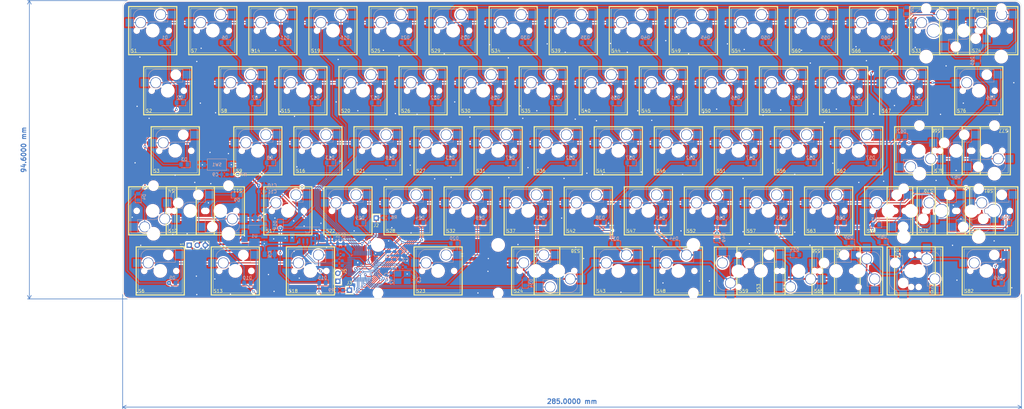
<source format=kicad_pcb>
(kicad_pcb (version 20221018) (generator pcbnew)
  (layers (0 "F.Cu" signal) (31 "B.Cu" signal) (34 "B.Paste" user) (35 "F.Paste" user) (36 "B.SilkS" user "B.Silkscreen") (37 "F.SilkS" user "F.Silkscreen") (38 "B.Mask" user) (39 "F.Mask" user) (44 "Edge.Cuts" user))
  (net 0 "")
  (net 1 "/OSC32I")
  (net 2 "GND")
  (net 3 "/OSC32O")
  (net 4 "/OSCI")
  (net 5 "/OSCO")
  (net 6 "+5V")
  (net 7 "+3V3")
  (net 8 "/RST")
  (net 9 "Net-(D1-K)")
  (net 10 "/COL1")
  (net 11 "Net-(D2-K)")
  (net 12 "Net-(D3-K)")
  (net 13 "Net-(D4-K)")
  (net 14 "Net-(D5-K)")
  (net 15 "Net-(D6-K)")
  (net 16 "/COL2")
  (net 17 "Net-(D7-K)")
  (net 18 "Net-(D8-K)")
  (net 19 "Net-(D9-K)")
  (net 20 "Net-(D10-K)")
  (net 21 "Net-(D11-K)")
  (net 22 "/COL3")
  (net 23 "Net-(D12-K)")
  (net 24 "Net-(D13-K)")
  (net 25 "Net-(D14-K)")
  (net 26 "Net-(D15-K)")
  (net 27 "Net-(D16-K)")
  (net 28 "/COL4")
  (net 29 "Net-(D17-K)")
  (net 30 "Net-(D18-K)")
  (net 31 "Net-(D19-K)")
  (net 32 "Net-(D20-K)")
  (net 33 "Net-(D21-K)")
  (net 34 "/COL5")
  (net 35 "Net-(D22-K)")
  (net 36 "Net-(D23-K)")
  (net 37 "Net-(D24-K)")
  (net 38 "Net-(D25-K)")
  (net 39 "/COL6")
  (net 40 "Net-(D26-K)")
  (net 41 "Net-(D27-K)")
  (net 42 "Net-(D28-K)")
  (net 43 "Net-(D29-K)")
  (net 44 "Net-(D30-K)")
  (net 45 "/COL7")
  (net 46 "Net-(D31-K)")
  (net 47 "Net-(D32-K)")
  (net 48 "Net-(D33-K)")
  (net 49 "Net-(D34-K)")
  (net 50 "Net-(D35-K)")
  (net 51 "/COL8")
  (net 52 "Net-(D36-K)")
  (net 53 "Net-(D37-K)")
  (net 54 "Net-(D38-K)")
  (net 55 "Net-(D39-K)")
  (net 56 "Net-(D40-K)")
  (net 57 "/COL9")
  (net 58 "Net-(D41-K)")
  (net 59 "Net-(D42-K)")
  (net 60 "Net-(D43-K)")
  (net 61 "Net-(D44-K)")
  (net 62 "Net-(D45-K)")
  (net 63 "/COL10")
  (net 64 "Net-(D46-K)")
  (net 65 "Net-(D47-K)")
  (net 66 "Net-(D48-K)")
  (net 67 "Net-(D49-K)")
  (net 68 "Net-(D50-K)")
  (net 69 "/COL11")
  (net 70 "Net-(D51-K)")
  (net 71 "Net-(D52-K)")
  (net 72 "Net-(D53-K)")
  (net 73 "Net-(D54-K)")
  (net 74 "Net-(D55-K)")
  (net 75 "/COL12")
  (net 76 "Net-(D56-K)")
  (net 77 "Net-(D57-K)")
  (net 78 "Net-(D58-K)")
  (net 79 "Net-(D59-K)")
  (net 80 "Net-(D60-K)")
  (net 81 "/COL13")
  (net 82 "Net-(D61-K)")
  (net 83 "Net-(D62-K)")
  (net 84 "Net-(D63-K)")
  (net 85 "Net-(D64-K)")
  (net 86 "Net-(D65-K)")
  (net 87 "/COL14")
  (net 88 "Net-(D66-K)")
  (net 89 "Net-(D67-K)")
  (net 90 "Net-(D68-K)")
  (net 91 "Net-(D69-K)")
  (net 92 "/TXD")
  (net 93 "/RXD")
  (net 94 "/D-")
  (net 95 "/D+")
  (net 96 "/BOOT0")
  (net 97 "/BOOT1")
  (net 98 "/ROW1")
  (net 99 "/ROW2")
  (net 100 "/ROW3")
  (net 101 "/ROW4")
  (net 102 "/ROW5")
  (net 103 "+BATT")
  (net 104 "/UD-")
  (net 105 "/UD+")
  (net 108 "/SWDIO")
  (net 109 "/SWCLK")
  (footprint "mx1a:KaiHua_Contact_1.00u" (layer "F.Cu") (at 158.75 106.045)
    (fp_text reference "S26")
    (fp_text value "MX1A")
  )
  (footprint "mx1a:KaiHua_Contact_1.25u" (layer "F.Cu") (at 337.34375 125.095 180)
    (fp_text reference "S77")
    (fp_text value "MX1A")
  )
  (footprint "mx1a:KaiHua_Contact_1.00u" (layer "F.Cu") (at 339.725 144.145)
    (fp_text reference "S80")
    (fp_text value "MX1A")
  )
  (footprint "mx1a:KaiHua_Contact_1.00u" (layer "F.Cu") (at 287.3375 144.145)
    (fp_text reference "S63")
    (fp_text value "MX1A")
  )
  (footprint "mx1a:KaiHua_Contact_1.25u" (layer "F.Cu") (at 99.21875 163.195)
    (fp_text reference "S13")
    (fp_text value "MX1A")
  )
  (footprint "mx1a:KaiHua_Contact_1.00u" (layer "F.Cu") (at 115.8875 144.145)
    (fp_text reference "S17")
    (fp_text value "MX1A")
  )
  (footprint "Connector_PinHeader_2.54mm:PinHeader_1x02_P2.54mm_Vertical" (layer "F.Cu") (at 131.699 166.4766 180)
    (fp_text reference "J5")
    (fp_text value "Conn_01x02_Female" hide)
  )
  (footprint "mx1a:KaiHua_Contact_1.00u" (layer "F.Cu") (at 311.15 106.045)
    (fp_text reference "S67")
    (fp_text value "MX1A")
  )
  (footprint "mx1a:KaiHua_Contact_1.25u" (layer "F.Cu") (at 313.53125 163.195 90)
    (fp_text reference "S73")
    (fp_text value "MX1A")
  )
  (footprint "mx1a:KaiHua_Contact_1.00u" (layer "F.Cu") (at 196.85 106.045)
    (fp_text reference "S35")
    (fp_text value "MX1A")
  )
  (footprint "mx1a:KaiHua_Contact_1.00u" (layer "F.Cu") (at 206.375 86.995)
    (fp_text reference "S39")
    (fp_text value "MX1A")
  )
  (footprint "mx1a:KaiHua_Contact_1.00u" (layer "F.Cu") (at 234.95 106.045)
    (fp_text reference "S45")
    (fp_text value "MX1A")
  )
  (footprint "mx1a:KaiHua_Contact_1.00u" (layer "F.Cu") (at 92.075 86.995)
    (fp_text reference "S7")
    (fp_text value "MX1A")
  )
  (footprint "mx1a:KaiHua_Contact_1.25u" (layer "F.Cu") (at 75.40625 163.195)
    (fp_text reference "S6")
    (fp_text value "MX1A")
  )
  (footprint "mx1a:KaiHua_Contact_1.00u" (layer "F.Cu") (at 263.525 86.995)
    (fp_text reference "S54")
    (fp_text value "MX1A")
  )
  (footprint "mx1a:KaiHua_Contact_1.00u" (layer "F.Cu") (at 258.7625 125.095)
    (fp_text reference "S51")
    (fp_text value "MX1A")
  )
  (footprint "mx1a:KaiHua_Contact_1.00u" (layer "F.Cu") (at 211.1375 144.145)
    (fp_text reference "S42")
    (fp_text value "MX1A")
  )
  (footprint "mx1a:KaiHua_Contact_1.00u" (layer "F.Cu") (at 173.0375 144.145)
    (fp_text reference "S32")
    (fp_text value "MX1A")
  )
  (footprint "mx1a:KaiHua_Contact_1.75u" (layer "F.Cu") (at 313.53125 144.145 180)
    (fp_text reference "S70")
    (fp_text value "MX1A")
  )
  (footprint "mx1a:KaiHua_Contact_1.00u" (layer "F.Cu") (at 249.2375 144.145)
    (fp_text reference "S52")
    (fp_text value "MX1A")
  )
  (footprint "mx1a:KaiHua_Contact_1.00u" (layer "F.Cu") (at 225.425 86.995)
    (fp_text reference "S44")
    (fp_text value "MX1A")
  )
  (footprint "mx1a:KaiHua_Contact_1.00u" (layer "F.Cu") (at 153.9875 144.145)
    (fp_text reference "S28")
    (fp_text value "MX1A")
  )
  (footprint "mx1a:KaiHua_Contact_1.00u" (layer "F.Cu") (at 168.275 86.995)
    (fp_text reference "S29")
    (fp_text value "MX1A")
  )
  (footprint "mx1a:KaiHua_Contact_1.25u" (layer "F.Cu") (at 265.90625 163.195)
    (fp_text reference "S59")
    (fp_text value "MX1A")
  )
  (footprint "mx1a:KaiHua_Contact_1.00u" (layer "F.Cu") (at 220.6625 163.195)
    (fp_text reference "S43")
    (fp_text value "MX1A")
  )
  (footprint "mx1a:KaiHua_Contact_2.75u" (layer "F.Cu") (at 323.05625 144.145)
    (fp_text reference "S71")
    (fp_text value "MX1A")
  )
  (footprint "mx1a:KaiHua_Contact_1.50u" (layer "F.Cu") (at 77.7875 106.045)
    (fp_text reference "S2")
    (fp_text value locked "MX1A")
  )
  (footprint "mx1a:KaiHua_Contact_1.00u" (layer "F.Cu") (at 120.65 106.045)
    (fp_text reference "S15")
    (fp_text value "MX1A")
  )
  (footprint "mx1a:KaiHua_Contact_1.00u" (layer "F.Cu") (at 201.6125 163.195 180)
    (fp_text reference "S38")
    (fp_text value "MX1A")
  )
  (footprint "mx1a:KaiHua_Contact_1.00u" (layer "F.Cu") (at 215.9 106.045)
    (fp_text reference "S40")
    (fp_text value "MX1A")
  )
  (footprint "mx1a:KaiHua_Contact_1.00u" (layer "F.Cu") (at 73.025 86.995)
    (fp_text reference "S1")
    (fp_text value "MX1A")
  )
  (footprint "mx1a:KaiHua_Contact_1.00u" (layer "F.Cu") (at 134.9375 144.145)
    (fp_text reference "S22")
    (fp_text value "MX1A")
  )
  (footprint "mx1a:KaiHua_Contact_1.00u" (layer "F.Cu") (at 315.9125 163.195 -90)
    (fp_text reference "S72")
    (fp_text value "MX1A")
  )
  (footprint "Connector_PinHeader_2.54mm:PinHeader_1x01_P2.54mm_Vertical" (layer "F.Cu") (at 143.891 146.431 180)
    (fp_text reference "J2")
    (fp_text value "Conn_01x01_Socket")
  )
  (footprint "mx1a:KaiHua_Contact_1.00u" (layer "F.Cu") (at 163.5125 125.095)
    (fp_text reference "S27")
    (fp_text value "MX1A")
  )
  (footprint "mx1a:KaiHua_Contact_1.00u" (layer "F.Cu") (at 268.2875 144.145)
    (fp_text reference "S57")
    (fp_text value "MX1A")
  )
  (footprint "mx1a:KaiHua_Contact_1.00u" (layer "F.Cu") (at 315.9125 125.095 180)
    (fp_text reference "S68")
    (fp_text value "MX1A")
  )
  (footprint "mx1a:KaiHua_Contact_1.25u" (layer "F.Cu") (at 94.45625 144.145 180)
    (fp_text reference "S11")
    (fp_text value "MX1A")
  )
  (footprint "mx1a:KaiHua_Contact_1.00u" (layer "F.Cu") (at 282.575 86.995)
    (fp_text reference "S60")
    (fp_text value "MX1A")
  )
  (footprint "mx1a:KaiHua_Contact_1.00u" (layer "F.Cu") (at 187.325 86.995)
    (fp_text reference "S34")
    (fp_text value "MX1A")
  )
  (footprint "mx1a:KaiHua_Contact_2.25u" (layer "F.Cu") (at 327.81875 125.095)
    (fp_text reference "S79")
    (fp_text value "MX1A")
  )
  (footprint "mx1a:KaiHua_Contact_2.25u" (layer "F.Cu") (at 84.93125 144.145)
    (fp_text reference "S12")
    (fp_text value "MX1A")
  )
  (footprint "mx1a:KaiHua_Contact_1.00u" (layer "F.Cu") (at 101.6 106.045)
    (fp_text reference "S8")
    (fp_text value "MX1A")
  )
  (footprint "mx1a:KaiHua_Contact_1.00u" (layer "F.Cu") (at 73.025 144.145 180)
    (fp_text reference "S4")
    (fp_text value "MX1A")
  )
  (footprint "mx1a:KaiHua_Contact_1.00u" (layer "F.Cu") (at 177.8 106.045)
    (fp_text reference "S30")
    (fp_text value "MX1A")
  )
  (footprint "mx1a:KaiHua_Contact_3.00u" (layer "F.Cu") (at 163.5125 163.195)
    (fp_text reference "S23")
    (fp_text value "MX1A")
  )
  (footprint "mx1a:KaiHua_Contact_1.75u" (layer "F.Cu") (at 332.58125 144.145 180)
    (fp_text reference "S81")
    (fp_text value "MX1A")
  )
  (footprint "mx1a:KaiHua_Contact_1.00u" (layer "F.Cu") (at 301.625 86.995)
    (fp_text reference "S66")
    (fp_text value "MX1A")
  )
  (footprint "mx1a:KaiHua_Contact_1.00u" (layer "F.Cu") (at 144.4625 125.095)
    (fp_text reference "S21")
    (fp_text value "MX1A")
  )
  (footprint "mx1a:KaiHua_Contact_1.00u" (layer "F.Cu") (at 149.225 86.995)
    (fp_text reference "S25")
    (fp_text value "MX1A")
  )
  (footprint "mx1a:KaiHua_Contact_1.00u" (layer "F.Cu") (at 254 106.045)
    (fp_text reference "S50")
    (fp_text value "MX1A")
  )
  (footprint "mx1a:KaiHua_Contact_1.00u" (layer "F.Cu") (at 339.725 86.995)
    (fp_text reference "S74")
    (fp_text value "MX1A")
  )
  (footprint "mx1a:KaiHua_Contact_1.25u" (layer "F.Cu") (at 337.34375 163.195)
    (fp_text reference "S82")
    (fp_text value "MX1A")
  )
  (footprint "mx1a:KaiHua_Contact_1.00u" (layer "F.Cu") (at 139.7 106.045)
    (fp_text reference "S20")
    (fp_text value "MX1A")
  )
  (footprint "mx1a:KaiHua_Contact_1.00u" (layer "F.Cu") (at 273.05 106.045)
    (fp_text reference "S55")
    (fp_text value "MX1A")
  )
  (footprint "mx1a:KaiHua_Contact_1.25u" (layer "F.Cu") (at 123.03125 163.195)
    (fp_text reference "S18")
    (fp_text value "MX1A")
  )
  (footprint "mx1a:KaiHua_Contact_1.00u" (layer "F.Cu") (at 239.7125 125.095)
    (fp_text reference "S46")
    (fp_text value "MX1A")
  )
  (footprint "mx1a:KaiHua_Contact_1.00u" (layer "F.Cu") (at 258.7625 163.195 90)
    (fp_text reference "S53")
    (fp_text value "MX1A")
  )
  (footprint "mx1a:KaiHua_Contact_1.00u" (layer "F.Cu") (at 111.125 86.995)
    (fp_text reference "S14")
    (fp_text value "MX1A")
  )
  (footprint "mx1a:KaiHua_Contact_1.00u" (layer "F.Cu") (at 230.1875 144.145)
    (fp_text reference "S47")
    (fp_text value "MX1A")
  )
  (footprint "mx1a:KaiHua_Contact_1.50u" (layer "F.Cu") (at 334.9625 106.045)
    (fp_text reference "S76")
    (fp_text value "MX1A")
  )
  (footprint "mx1a:KaiHua_Contact_1.00u" (layer "F.Cu") (at 320.675 86.995)
    (fp_text reference "S33")
    (fp_text value "MX1A")
  )
  (footprint "mx1a:KaiHua_Contact_1.00u" (layer "F.Cu") (at 192.0875 144.145)
    (fp_text reference "S37")
    (fp_text value "MX1A")
  )
  (footprint "mx1a:KaiHua_Contact_1.00u" (layer "F.Cu") (at 239.7125 163.195)
    (fp_text reference "S48")
    (fp_text value "MX1A")
  )
  (footprint "mx1a:KaiHua_Contact_1.75u" (layer "F.Cu") (at 80.16875 125.095)
    (fp_text reference "S3")
    (fp_text value "MX1A")
  )
  (footprint "mx1a:KaiHua_Contact_6.25u" (layer "F.Cu") (at 194.46875 163.195)
    (fp_text reference "S24")
    (fp_text value "MX1A")
  )
  (footprint "Connector_PinHeader_2.54mm:PinHeader_1x03_P2.54mm_Vertical" (layer "F.Cu") (at 84.597 155.0416 90)
    (fp_text reference "J1")
    (fp_text value "Conn_01x03_Female" hide)
  )
  (footprint "mx1a:KaiHua_Contact_1.00u" (layer "F.Cu") (at 277.8125 125.095)
    (fp_text reference "S56")
    (fp_text value "MX1A")
  )
  (footprint "mx1a:KaiHua_Contact_1.00u" (layer "F.Cu") (at 296.8625 163.195 -90)
    (fp_text reference "S64")
    (fp_text value "MX1A")
  )
  (footprint "mx1a:KaiHua_Contact_1.00u" (layer "F.Cu") (at 130.175 86.995)
    (fp_text reference "S19")
    (fp_text value "MX1A")
  )
  (footprint "mx1a:KaiHua_Contact_1.00u" (layer "F.Cu") (at 182.5625 125.095)
    (fp_text reference "S31")
    (fp_text value "MX1A")
  )
  (footprint "mx1a:KaiHua_Contact_1.00u" (layer "F.Cu") (at 125.4125 125.095)
    (fp_text reference "S16")
    (fp_text value "MX1A")
  )
  (footprint "mx1a:KaiHua_Contact_2.00u_reverse" (layer "F.Cu") (at 330.2 86.995 180)
    (fp_text reference "S75")
    (fp_text value "MX1A")
  )
  (footprint "mx1a:KaiHua_Contact_1.00u" (layer "F.Cu") (at 277.8125 163.195 180)
    (fp_text reference "S58")
    (fp_text value "MX1A")
  )
  (footprint "mx1a:KaiHua_Contact_1.25u" (layer "F.Cu") (at 289.71875 163.195)
    (fp_text reference "S65")
    (fp_text value "MX1A")
  )
  (footprint "mx1a:KaiHua_Contact_1.00u" (layer "F.Cu") (at 220.6625 125.095)
    (fp_text reference "S41")
    (fp_text value "MX1A")
  )
  (footprint "mx1a:KaiHua_Contact_1.00u" (layer "F.Cu") (at 292.1 106.045)
    (fp_text reference "S61")
    (fp_text value "MX1A")
  )
  (footprint "mx1a:KaiHua_Contact_1.00u" (layer "F.Cu") (at 201.6125 125.095)
    (fp_text reference "S36")
    (fp_text value "MX1A")
  )
  (footprint "mx1a:KaiHua_Contact_1.00u" (layer "F.Cu") (at 106.3625 125.095)
    (fp_text reference "S9")
    (fp_text value "MX1A")
  )
  (footprint "Connector_PinHeader_2.54mm:PinHeader_1x01_P2.54mm_Vertical" (layer "F.Cu") (at 135.4055 169.291)
    (fp_text reference "J3")
    (fp_text value "Conn_01x01_Socket")
  )
  (footprint "mx1a:KaiHua_Contact_1.00u" (layer "F.Cu") (at 244.475 86.995)
    (fp_text reference "S49")
    (fp_text value "MX1A")
  )
  (footprint "mx1a:KaiHua_Contact_1.00u" (layer "F.Cu") (at 306.3875 144.145)
    (fp_text reference "S69")
    (fp_text value "MX1A")
  )
  (footprint "mx1a:KaiHua_Contact_1.00u" (layer "F.Cu") (at 296.8625 125.095)
    (fp_text reference "S62")
    (fp_text value "MX1A")
  )
  (footprint "Diode_SMD:D_0805_2012Metric_Pad1.15x1.40mm_HandSolder" (layer "B.Cu") (at 129.2225 128.905 180)
    (fp_text reference "D13")
    (fp_text value "D")
  )
  (footprint "Diode_SMD:D_0805_2012Metric_Pad1.15x1.40mm_HandSolder" (layer "B.Cu") (at 200.66 109.855 180)
    (fp_text reference "D31")
    (fp_text value "D")
  )
  (footprint "Diode_SMD:D_0805_2012Metric_Pad1.15x1.40mm_HandSolder" (layer "B.Cu") (at 205.4225 128.905 180)
    (fp_text reference "D32")
    (fp_text value "D")
  )
  (footprint "Capacitor_SMD:C_0603_1608Metric_Pad1.08x0.95mm_HandSolder" (layer "B.Cu") (at 148.600476 164.679524 90)
    (fp_text reference "C4")
    (fp_text value "20p")
  )
  (footprint "Resistor_SMD:R_0603_1608Metric_Pad0.98x0.95mm_HandSolder" (layer "B.Cu") (at 147.0425 146.353 180)
    (fp_text reference "R8")
    (fp_text value "100K")
  )
  (footprint "Capacitor_SMD:C_0603_1608Metric_Pad1.08x0.95mm_HandSolder" (layer "B.Cu") (at 95.7326 132.6134 180)
    (fp_text reference "C9")
    (fp_text value "105")
  )
  (footprint "Resistor_SMD:R_0603_1608Metric_Pad0.98x0.95mm_HandSolder" (layer "B.Cu") (at 132.207 159.9692 180)
    (fp_text reference "R5" hide)
    (fp_text value "22R")
  )
  (footprint "Capacitor_SMD:C_0603_1608Metric_Pad1.08x0.95mm_HandSolder" (layer "B.Cu") (at 133.5024 155.448 90)
    (fp_text reference "C13")
    (fp_text value "104" hide)
  )
  (footprint "Diode_SMD:D_0805_2012Metric_Pad1.15x1.40mm_HandSolder" (layer "B.Cu") (at 243.5225 128.905 180)
    (fp_text reference "D42")
    (fp_text value "D")
  )
  (footprint "Diode_SMD:D_0805_2012Metric_Pad1.15x1.40mm_HandSolder" (layer "B.Cu") (at 338.7725 109.855 180)
    (fp_text reference "D66")
    (fp_text value "D")
  )
  (footprint "Diode_SMD:D_0805_2012Metric_Pad1.15x1.40mm_HandSolder" (layer "B.Cu") (at 148.2725 128.905 180)
    (fp_text reference "D18")
    (fp_text value "D")
  )
  (footprint "USB-C:Connector-1.25-5AWT-Horizontal" (layer "B.Cu") (at 122.047 153.672)
    (fp_text reference "J4")
    (fp_text value "Conn_01x05_Socket")
  )
  (footprint "Diode_SMD:D_0805_2012Metric_Pad1.15x1.40mm_HandSolder" (layer "B.Cu") (at 304.335524 153.969 180)
    (fp_text reference "D64")
    (fp_text value "D")
  )
  (footprint "Diode_SMD:D_0805_2012Metric_Pad1.15x1.40mm_HandSolder" (layer "B.Cu") (at 327.705524 135.029 180)
    (fp_text reference "D67")
    (fp_text value "D")
  )
  (footprint "Resistor_SMD:R_0603_1608Metric_Pad0.98x0.95mm_HandSolder" (layer "B.Cu") (at 132.207 161.4932 180)
    (fp_text reference "R4" hide)
    (fp_text value "22R")
  )
  (footprint "Diode_SMD:D_0805_2012Metric_Pad1.15x1.40mm_HandSolder" (layer "B.Cu") (at 253.0475 147.955 180)
    (fp_text reference "D48")
    (fp_text value "D")
  )
  (footprint "Diode_SMD:D_0805_2012Metric_Pad1.15x1.40mm_HandSolder" (layer "B.Cu") (at 334.5366 96.576076 -90)
    (fp_text reference "D65")
    (fp_text value "D")
  )
  (footprint "Diode_SMD:D_0805_2012Metric_Pad1.15x1.40mm_HandSolder" (layer "B.Cu") (at 343.535 147.955 180)
    (fp_text reference "D68")
    (fp_text value "D")
  )
  (footprint "Package_TO_SOT_SMD:SOT-223-3_TabPin2" (layer "B.Cu") (at 105.283 152.146 180)
    (fp_text reference "U1")
    (fp_text value "AMS1117-3.3")
  )
  (footprint "Diode_SMD:D_0805_2012Metric_Pad1.15x1.40mm_HandSolder" (layer "B.Cu") (at 248.285 90.805 180)
    (fp_text reference "D45")
    (fp_text value "D")
  )
  (footprint "Diode_SMD:D_0805_2012Metric_Pad1.15x1.40mm_HandSolder" (layer "B.Cu") (at 295.91 109.855 180)
    (fp_text reference "D56")
    (fp_text value "D")
  )
  (footprint "Diode_SMD:D_0805_2012Metric_Pad1.15x1.40mm_HandSolder" (layer "B.Cu") (at 162.56 109.855 180)
    (fp_text reference "D22")
    (fp_text value "D")
  )
  (footprint "Diode_SMD:D_0805_2012Metric_Pad1.15x1.40mm_HandSolder" (layer "B.Cu") (at 300.6725 128.905 180)
    (fp_text reference "D57")
    (fp_text value "D")
  )
  (footprint "Diode_SMD:D_0805_2012Metric_Pad1.15x1.40mm_HandSolder" (layer "B.Cu") (at 219.71 109.855 180)
    (fp_text reference "D36")
    (fp_text value "D")
  )
  (footprint "Diode_SMD:D_0805_2012Metric_Pad1.15x1.40mm_HandSolder" (layer "B.Cu") (at 277.064476 158.071)
    (fp_text reference "D54")
    (fp_text value "D")
  )
  (footprint "Capacitor_SMD:C_0603_1608Metric_Pad1.08x0.95mm_HandSolder" (layer "B.Cu") (at 150.602476 157.046476)
    (fp_text reference "C1")
    (fp_text value "20p")
  )
  (footprint "Diode_SMD:D_0805_2012Metric_Pad1.15x1.40mm_HandSolder" (layer "B.Cu") (at 262.5725 128.905 180)
    (fp_text reference "D47")
    (fp_text value "D")
  )
  (footprint "Capacitor_SMD:C_0603_1608Metric_Pad1.08x0.95mm_HandSolder" (layer "B.Cu") (at 107.4928 136.017934)
    (fp_text reference "C10")
    (fp_text value "104")
  )
  (footprint "Diode_SMD:D_0805_2012Metric_Pad1.15x1.40mm_HandSolder" (layer "B.Cu") (at 68.407524 139.728 90)
    (fp_text reference "D4")
    (fp_text value "D")
  )
  (footprint "Diode_SMD:D_0805_2012Metric_Pad1.15x1.40mm_HandSolder" (layer "B.Cu") (at 233.9975 147.955 180)
    (fp_text reference "D43")
    (fp_text value "D")
  )
  (footprint "Diode_SMD:D_0805_2012Metric_Pad1.15x1.40mm_HandSolder" (layer "B.Cu") (at 138.7475 147.955 180)
    (fp_text reference "D19")
    (fp_text value "D")
  )
  (footprint "Diode_SMD:D_0805_2012Metric_Pad1.15x1.40mm_HandSolder" (layer "B.Cu") (at 305.435 90.805 180)
    (fp_text reference "D60")
    (fp_text value "D")
  )
  (footprint "Diode_SMD:D_0805_2012Metric_Pad1.15x1.40mm_HandSolder" (layer "B.Cu") (at 224.4725 128.905 180)
    (fp_text reference "D37")
    (fp_text value "D")
  )
  (footprint "Diode_SMD:D_0805_2012Metric_Pad1.15x1.40mm_HandSolder" (layer "B.Cu") (at 291.1475 147.955 180)
    (fp_text reference "D58")
    (fp_text value "D")
  )
  (footprint "Diode_SMD:D_0805_2012Metric_Pad1.15x1.40mm_HandSolder" (layer "B.Cu") (at 105.41 109.855 180)
    (fp_text reference "D7")
    (fp_text value "D")
  )
  (footprint "Diode_SMD:D_0805_2012Metric_Pad1.15x1.40mm_HandSolder" (layer "B.Cu") (at 314.96 109.855 180)
    (fp_text reference "D61")
    (fp_text value "D")
  )
  (footprint "Diode_SMD:D_0805_2012Metric_Pad1.15x1.40mm_HandSolder" (layer "B.Cu") (at 229.235 90.805 180)
    (fp_text reference "D40")
    (fp_text value "D")
  )
  (footprint "Diode_SMD:D_0805_2012Metric_Pad1.15x1.40mm_HandSolder" (layer "B.Cu") (at 272.0975 147.955 180)
    (fp_text reference "D53")
    (fp_text value "D")
  )
  (footprint "Diode_SMD:D_0805_2012Metric_Pad1.15x1.40mm_HandSolder" (layer "B.Cu") (at 113.4872 148.6408 -90)
    (fp_text reference "D14")
    (fp_text value "D")
  )
  (footprint "Diode_SMD:D_0805_2012Metric_Pad1.15x1.40mm_HandSolder" (layer "B.Cu") (at 81.5975 109.855 180)
    (fp_text reference "D2")
    (fp_text value "D")
  )
  (footprint "Diode_SMD:D_0805_2012Metric_Pad1.15x1.40mm_HandSolder" (layer "B.Cu") (at 168.6052 154.4828 180)
    (fp_text reference "D20")
    (fp_text value "D")
  )
  (footprint "Resistor_SMD:R_0603_1608Metric_Pad0.98x0.95mm_HandSolder" (layer "B.Cu") (at 132.576546 158.133274 180)
    (fp_text reference "R6" hide)
    (fp_text value "1K5")
  )
  (footprint "Crystal:Crystal_SMD_3215-2Pin_3.2x1.5mm" (layer "B.Cu") (at 147.613 158.316476 -90)
    (fp_text reference "Y1")
    (fp_text value "32.768K")
  )
  (footprint "Diode_SMD:D_0805_2012Metric_Pad1.15x1.40mm_HandSolder" (layer "B.Cu") (at 276.86 109.855 180)
    (fp_text reference "D51")
    (fp_text value "D")
  )
  (footprint "Diode_SMD:D_0805_2012Metric_Pad1.15x1.40mm_HandSolder" (layer "B.Cu") (at 281.6225 128.905 180)
    (fp_text reference "D52")
    (fp_text value "D")
  )
  (footprint "Diode_SMD:D_0805_2012Metric_Pad1.15x1.40mm_HandSolder" (layer "B.Cu") (at 99.763524 139.101)
    (fp_text reference "D9")
    (fp_text value "D")
  )
  (footprint "Capacitor_SMD:C_0603_1608Metric_Pad1.08x0.95mm_HandSolder" (layer "B.Cu") (at 155.945524 165.949524 90)
    (fp_text reference "C3")
    (fp_text value "20p")
  )
  (footprint "Button_Switch_SMD:SW_SPST_FSMSM" (layer "B.Cu") (at 93.3704 129.4892)
    (fp_text reference "SW1")
    (fp_text value "SW_Push")
  )
  (footprint "Diode_SMD:D_0805_2012Metric_Pad1.15x1.40mm_HandSolder" (layer "B.Cu") (at 257.81 109.855 180)
    (fp_text reference "D46")
    (fp_text value "D")
  )
  (footprint "Package_QFP:LQFP-48_7x7mm_P0.5mm" (layer "B.Cu") (at 139.656524 161.732 180)
    (fp_text reference "U2")
    (fp_text value "STM32F103C8Tx")
  )
  (footprint "Diode_SMD:D_0805_2012Metric_Pad1.15x1.40mm_HandSolder" (layer "B.Cu") (at 76.835 90.805 180)
    (fp_text reference "D1")
    (fp_text value "D")
  )
  (footprint "Diode_SMD:D_0805_2012Metric_Pad1.15x1.40mm_HandSolder" (layer "B.Cu") (at 312.107524 80.673 90)
    (fp_text reference "D29")
    (fp_text value "D")
  )
  (footprint "Diode_SMD:D_0805_2012Metric_Pad1.15x1.40mm_HandSolder" (layer "B.Cu") (at 126.84125 167.005 180)
    (fp_text reference "D15")
    (fp_text value "D")
  )
  (footprint "Diode_SMD:D_0805_2012Metric_Pad1.15x1.40mm_HandSolder" (layer "B.Cu") (at 103.02875 167.005 180)
    (fp_text reference "D10")
    (fp_text value "D")
  )
  (footprint "Diode_SMD:D_0805_2012Metric_Pad1.15x1.40mm_HandSolder" (layer "B.Cu") (at 79.21625 167.005 180)
    (fp_text reference "D5")
    (fp_text value "D")
  )
  (footprint "Capacitor_SMD:C_1206_3216Metric_Pad1.33x1.80mm_HandSolder" (layer "B.Cu") (at 107.0864 146.3548 180)
    (fp_text reference "C7")
    (fp_text value "106")
  )
  (footprint "Diode_SMD:D_0805_2012Metric_Pad1.15x1.40mm_HandSolder" (layer "B.Cu") (at 267.335 90.805 180)
    (fp_text reference "D50")
    (fp_text value "D")
  )
  (footprint "Crystal:Crystal_SMD_3225-4Pin_3.2x2.5mm_HandSoldering" (layer "B.Cu") (at 152.273 165.299524)
    (fp_text reference "Y2")
    (fp_text value "8M")
  )
  (footprint "Resistor_SMD:R_0603_1608Metric_Pad0.98x0.95mm_HandSolder" (layer "B.Cu") (at 99.0346 132.6134)
    (fp_text reference "R7")
    (fp_text value "10K")
  )
  (footprint "Diode_SMD:D_0805_2012Metric_Pad1.15x1.40mm_HandSolder" (layer "B.Cu") (at 133.985 90.805 180)
    (fp_text reference "D16")
    (fp_text value "D")
  )
  (footprint "Diode_SMD:D_0805_2012Metric_Pad1.15x1.40mm_HandSolder" (layer "B.Cu") (at 238.252 154.5336 180)
    (fp_text reference "D44")
    (fp_text value "D")
  )
  (footprint "Resistor_SMD:R_0603_1608Metric_Pad0.98x0.95mm_HandSolder" (layer "B.Cu") (at 132.3575 169.291 180)
    (fp_text reference "R9")
    (fp_text value "100K")
  )
  (footprint "Diode_SMD:D_0805_2012Metric_Pad1.15x1.40mm_HandSolder" (layer "B.Cu") (at 310.545524 120.559 180)
    (fp_text reference "D62")
    (fp_text value "D")
  )
  (footprint "Diode_SMD:D_0805_2012Metric_Pad1.15x1.40mm_HandSolder" (layer "B.Cu") (at 302.345524 148.499 180)
    (fp_text reference "D63")
    (fp_text value "D")
  )
  (footprint "Diode_SMD:D_0805_2012Metric_Pad1.15x1.40mm_HandSolder" (layer "B.Cu") (at 157.7975 147.955 180)
    (fp_text reference "D24")
    (fp_text value "D")
  )
  (footprint "Diode_SMD:D_0805_2012Metric_Pad1.15x1.40mm_HandSolder" (layer "B.Cu") (at 293.726774 154.12775 180)
    (fp_text reference "D59")
    (fp_text value "D")
  )
  (footprint "Diode_SMD:D_0805_2012Metric_Pad1.15x1.40mm_HandSolder" (layer "B.Cu") (at 341.15375 167.005 180)
    (fp_text reference "D69")
    (fp_text value "D")
  )
  (footprint "Diode_SMD:D_0805_2012Metric_Pad1.15x1.40mm_HandSolder" (layer "B.Cu") (at 251.9575 152.383976 90)
    (fp_text reference "D49")
    (fp_text value "D")
  )
  (footprint "Diode_SMD:D_0805_2012Metric_Pad1.15x1.40mm_HandSolder" (layer "B.Cu") (at 195.8975 147.955 180)
    (fp_text reference "D33")
    (fp_text value "D")
  )
  (footprint "Diode_SMD:D_0805_2012Metric_Pad1.15x1.40mm_HandSolder" (layer "B.Cu") (at 176.8475 147.955 180)
    (fp_text reference "D28")
    (fp_text value "D")
  )
  (footprint "Diode_SMD:D_0805_2012Metric_Pad1.15x1.40mm_HandSolder" (layer "B.Cu") (at 114.935 90.805 180)
    (fp_text reference "D11")
    (fp_text value "D")
  )
  (footprint "Resistor_SMD:R_0603_1608Metric_Pad0.98x0.95mm_HandSolder" (layer "B.Cu") (at 152.273 162 180)
    (fp_text reference "R1")
    (fp_text value "1M")
  )
  (footprint "Diode_SMD:D_0805_2012Metric_Pad1.15x1.40mm_HandSolder" (layer "B.Cu") (at 238.76 109.855 180)
    (fp_text reference "D41")
    (fp_text value "D")
  )
  (footprint "Diode_SMD:D_0805_2012Metric_Pad1.15x1.40mm_HandSolder" (layer "B.Cu") (at 219.5068 154.5844 180)
    (fp_text reference "D39")
    (fp_text value "D")
  )
  (footprint "Diode_SMD:D_0805_2012Metric_Pad1.15x1.40mm_HandSolder" (layer "B.Cu") (at 83.035524 129.449 180)
    (fp_text reference "D3")
    (fp_text value "D")
  )
  (footprint "Diode_SMD:D_0805_2012Metric_Pad1.15x1.40mm_HandSolder" (layer "B.Cu") (at 286.385 90.805 180)
    (fp_text reference "D55")
    (fp_text value "D")
  )
  (footprint "Diode_SMD:D_0805_2012Metric_Pad1.15x1.40mm_HandSolder" (layer "B.Cu") (at 124.46 109.855 180)
    (fp_text reference "D12")
    (fp_text value "D")
  )
  (footprint "Diode_SMD:D_0805_2012Metric_Pad1.15x1.40mm_HandSolder" (layer "B.Cu") (at 95.885 90.805 180)
    (fp_text reference "D6")
    (fp_text value "D")
  )
  (footprint "Diode_SMD:D_0805_2012Metric_Pad1.15x1.40mm_HandSolder" (layer "B.Cu") (at 181.61 109.855 180)
    (fp_text reference "D26")
    (fp_text value "D")
  )
  (footprint "Diode_SMD:D_0805_2012Metric_Pad1.15x1.40mm_HandSolder" (layer "B.Cu") (at 210.185 90.805 180)
    (fp_text reference "D35")
    (fp_text value "D")
  )
  (footprint "Diode_SMD:D_0805_2012Metric_Pad1.15x1.40mm_HandSolder" (layer "B.Cu") (at 153.035 90.805 180)
    (fp_text reference "D21")
    (fp_text value "D")
  )
  (footprint "Capacitor_SMD:C_0603_1608Metric_Pad1.08x0.95mm_HandSolder" (layer "B.Cu") (at 107.4928 138.0236)
    (fp_text reference "C11")
    (fp_text value "104")
  )
  (footprint "Diode_SMD:D_0805_2012Metric_Pad1.15x1.40mm_HandSolder" (layer "B.Cu") (at 191.127524 166.779 90)
    (fp_text reference "D34")
    (fp_text value "D")
  )
  (footprint "Diode_SMD:D_0805_2012Metric_Pad1.15x1.40mm_HandSolder" (layer "B.Cu") (at 167.3225 128.905 180)
    (fp_text reference "D23")
    (fp_text value "D")
  )
  (footprint "Capacitor_SMD:C_0603_1608Metric_Pad1.08x0.95mm_HandSolder" (layer "B.Cu") (at 150.570524 159.586476 180)
    (fp_text reference "C2")
    (fp_text value "20p")
  )
  (footprint "Capacitor_SMD:C_0603_1608Metric_Pad1.08x0.95mm_HandSolder" (layer "B.Cu") (at 131.649132 155.448 90)
    (fp_text reference "C12")
    (fp_text value "104" hide)
  )
  (footprint "Diode_SMD:D_0805_2012Metric_Pad1.15x1.40mm_HandSolder" (layer "B.Cu") (at 191.135 90.805 180)
    (fp_text reference "D30")
    (fp_text value "D")
  )
  (footprint "Capacitor_SMD:C_1206_3216Metric_Pad1.33x1.80mm_HandSolder" (layer "B.Cu") (at 110.0836 157.8864)
    (fp_text reference "C5")
    (fp_text value "106")
  )
  (footprint "Diode_SMD:D_0805_2012Metric_Pad1.15x1.40mm_HandSolder" (layer "B.Cu") (at 214.9475 147.955 180)
    (fp_text reference "D38")
    (fp_text value "D")
  )
  (footprint "Diode_SMD:D_0805_2012Metric_Pad1.15x1.40mm_HandSolder" (layer "B.Cu") (at 110.1725 128.905 180)
    (fp_text reference "D8")
    (fp_text value "D")
  )
  (footprint "Diode_SMD:D_0805_2012Metric_Pad1.15x1.40mm_HandSolder" (layer "B.Cu") (at 186.3725 128.905 180)
    (fp_text reference "D27")
    (fp_text value "D")
  )
  (footprint "Diode_SMD:D_0805_2012Metric_Pad1.15x1.40mm_HandSolder" (layer "B.Cu") (at 143.51 109.855 180)
    (fp_text reference "D17")
    (fp_text value "D")
  )
  (footprint "Diode_SMD:D_0805_2012Metric_Pad1.15x1.40mm_HandSolder" (layer "B.Cu") (at 172.085 90.805 180)
    (fp_text reference "D25")
    (fp_text value "D")
  )
  (gr_arc (start 63.494 79.4688) (mid 64.080208 78.05536) (end 65.494 77.47) (stroke (width 0.0991)) (layer "Edge.Cuts"))
  (gr_line (start 63.494 170.0712) (end 63.494 79.4688) (stroke (width 0.0991)) (layer "Edge.Cuts"))
  (gr_arc (start 65.494 172.07) (mid 64.079786 171.484214) (end 63.494 170.07) (stroke (width 0.0991)) (layer "Edge.Cuts"))
  (gr_line (start 348.494 79.4688) (end 348.494 170.0712) (stroke (width 0.0991)) (layer "Edge.Cuts"))
  (gr_arc (start 348.494 170.07) (mid 347.908214 171.484214) (end 346.494 172.07) (stroke (width 0.0991)) (layer "Edge.Cuts"))
  (gr_line (start 346.494 172.07) (end 65.494 172.07) (stroke (width 0.0991)) (layer "Edge.Cuts"))
  (gr_line (start 65.494 77.47) (end 346.494 77.47) (stroke (width 0.0991)) (layer "Edge.Cuts"))
  (gr_arc (start 346.494 77.47) (mid 347.908214 78.055786) (end 348.494 79.47) (stroke (width 0.0991)) (layer "Edge.Cuts"))
  (dimension (type aligned) (layer "B.Cu") (pts (xy 348.494 170.0712) (xy 63.494 170.0712)) (height -36.3038) (gr_text "285.0000 mm" (at 205.994 204.575) (layer "B.Cu") (effects (font (size 1.5 1.5) (thickness 0.3)))) (format (prefix "") (suffix "") (units 2) (units_format 1) (precision 4)) (style (thickness 0.2) (arrow_length 1.27) (text_position_mode 0) (extension_height 0.58642) (extension_offset 0.5) keep_text_aligned))
  (dimension (type aligned) (layer "B.Cu") (pts (xy 65.494 172.07) (xy 65.494 77.47)) (height -31.585) (gr_text "94.6000 mm" (at 32.109 124.77 90) (layer "B.Cu") (effects (font (size 1.5 1.5) (thickness 0.3)))) (format (prefix "") (suffix "") (units 2) (units_format 1) (precision 4)) (style (thickness 0.2) (arrow_length 1.27) (text_position_mode 0) (extension_height 0.58642) (extension_offset 0.5) keep_text_aligned))
  (segment (start 144.697476 159.982) (end 147.613 157.066476) (width 0.25) (layer "B.Cu") (net 1))
  (segment (start 143.819024 159.982) (end 144.697476 159.982) (width 0.25) (layer "B.Cu") (net 1))
  (segment (start 147.613 157.066476) (end 149.719976 157.066476) (width 0.25) (layer "B.Cu") (net 1))
  (segment (start 153.723 160.093) (end 153.7 160.07) (width 0.25) (layer "F.Cu") (net 2))
  (segment (start 153.723 164.149524) (end 153.723 160.093) (width 0.25) (layer "F.Cu") (net 2))
  (segment (start 142.0154 161.1546) (end 138.6756 161.1546) (width 0.25) (layer "F.Cu") (net 2))
  (segment (start 138.6756 161.1546) (end 138.049 160.528) (width 0.25) (layer "F.Cu") (net 2))
  (segment (start 143.7 159.47) (end 142.0154 161.1546) (width 0.25) (layer "F.Cu") (net 2))
  (segment (start 143.7 157.67) (end 143.7 159.47) (width 0.25) (layer "F.Cu") (net 2))
  (via (at 139.065 146.558) (size 0.8) (drill 0.4) (layers "F.Cu" "B.Cu") (net 2))
  (via (at 262.763 127.127) (size 0.8) (drill 0.4) (layers "F.Cu" "B.Cu") (net 2))
  (via (at 203.835 93.853) (size 0.8) (drill 0.4) (layers "F.Cu" "B.Cu") (net 2))
  (via (at 218.186 91.059) (size 0.8) (drill 0.4) (layers "F.Cu" "B.Cu") (net 2))
  (via (at 281.559 97.282) (size 0.8) (drill 0.4) (layers "F.Cu" "B.Cu") (net 2))
  (via (at 105.918 107.95) (size 0.8) (drill 0.4) (layers "F.Cu" "B.Cu") (net 2))
  (via (at 176.149 170.18) (size 0.8) (drill 0.4) (layers "F.Cu" "B.Cu") (net 2))
  (via (at 121.031 148.971) (size 0.8) (drill 0.4) (layers "F.Cu" "B.Cu") (net 2))
  (via (at 207.137 155.702) (size 0.8) (drill 0.4) (layers "F.Cu" "B.Cu") (net 2))
  (via (at 255.27 91.186) (size 0.8) (drill 0.4) (layers "F.Cu" "B.Cu") (net 2))
  (via (at 111.379 153.035) (size 0.8) (drill 0.4) (layers "F.Cu" "B.Cu") (net 2))
  (via (at 291.465 146.431) (size 0.8) (drill 0.4) (layers "F.Cu" "B.Cu") (net 2))
  (via (at 190.373 114.808) (size 0.8) (drill 0.4) (layers "F.Cu" "B.Cu") (net 2))
  (via (at 154.686 129.667) (size 0.8) (drill 0.4) (layers "F.Cu" "B.Cu") (net 2))
  (via (at 119.507 165.481) (size 0.8) (drill 0.4) (layers "F.Cu" "B.Cu") (net 2))
  (via (at 109.728 164.338) (size 0.8) (drill 0.4) (layers "F.Cu" "B.Cu") (net 2))
  (via (at 215.646 132.588) (size 0.8) (drill 0.4) (layers "F.Cu" "B.Cu") (net 2))
  (via (at 205.74 127) (size 0.8) (drill 0.4) (layers "F.Cu" "B.Cu") (net 2))
  (via (at 112.014 93.218) (size 0.8) (drill 0.4) (layers "F.Cu" "B.Cu") (net 2))
  (via (at 272.161 112.141) (size 0.8) (drill 0.4) (layers "F.Cu" "B.Cu") (net 2))
  (via (at 86.868 164.846) (size 0.8) (drill 0.4) (layers "F.Cu" "B.Cu") (net 2))
  (via (at 179.832 91.44) (size 0.8) (drill 0.4) (layers "F.Cu" "B.Cu") (net 2))
  (via (at 88.773 129.54) (size 0.8) (drill 0.4) (layers "F.Cu" "B.Cu") (net 2))
  (via (at 189.484 110.871) (size 0.8) (drill 0.4) (layers "F.Cu" "B.Cu") (net 2))
  (via (at 148.844 149.479) (size 0.8) (drill 0.4) (layers "F.Cu" "B.Cu") (net 2))
  (via (at 186.563 127.127) (size 0.8) (drill 0.4) (layers "F.Cu" "B.Cu") (net 2))
  (via (at 167.64 133.477) (size 0.8) (drill 0.4) (layers "F.Cu" "B.Cu") (net 2))
  (via (at 165.481 94.361) (size 0.8) (drill 0.4) (layers "F.Cu" "B.Cu") (net 2))
  (via (at 117.983 114.173) (size 0.8) (drill 0.4) (layers "F.Cu" "B.Cu") (net 2))
  (via (at 314.833 92.329) (size 0.8) (drill 0.4) (layers "F.Cu" "B.Cu") (net 2))
  (via (at 188.849 154.813) (size 0.8) (drill 0.4) (layers "F.Cu" "B.Cu") (net 2))
  (via (at 231.267 115.443) (size 0.8) (drill 0.4) (layers "F.Cu" "B.Cu") (net 2))
  (via (at 286.004 116.078) (size 0.8) (drill 0.4) (layers "F.Cu" "B.Cu") (net 2))
  (via (at 92.964 113.03) (size 0.8) (drill 0.4) (layers "F.Cu" "B.Cu") (net 2))
  (via (at 136.906 150.495) (size 0.8) (drill 0.4) (layers "F.Cu" "B.Cu") (net 2))
  (via (at 278.765 93.218) (size 0.8) (drill 0.4) (layers "F.Cu" "B.Cu") (net 2))
  (via (at 90.678 141.605) (size 0.8) (drill 0.4) (layers "F.Cu" "B.Cu") (net 2))
  (via (at 203.454 133.858) (size 0.8) (drill 0.4) (layers "F.Cu" "B.Cu") (net 2))
  (via (at 118.745 130.175) (size 0.8) (drill 0.4) (layers "F.Cu" "B.Cu") (net 2))
  (via (at 115.062 152.781) (size 0.8) (drill 0.4) (layers "F.Cu" "B.Cu") (net 2))
  (via (at 326.898 142.367) (size 0.8) (drill 0.4) (layers "F.Cu" "B.Cu") (net 2))
  (via (at 185.801 95.631) (size 0.8) (drill 0.4) (layers "F.Cu" "B.Cu") (net 2))
  (via (at 104.902 93.218) (size 0.8) (drill 0.4) (layers "F.Cu" "B.Cu") (net 2))
  (via (at 162.433 133.985) (size 0.8) (drill 0.4) (layers "F.Cu" "B.Cu") (net 2))
  (via (at 227.965 131.826) (size 0.8) (drill 0.4) (layers "F.Cu" "B.Cu") (net 2))
  (via (at 339.217 107.823) (size 0.8) (drill 0.4) (layers "F.Cu" "B.Cu") (net 2))
  (via (at 172.339 88.646) (size 0.8) (drill 0.4) (layers "F.Cu" "B.Cu") (net 2))
  (via (at 231.521 155.448) (size 0.8) (drill 0.4) (layers "F.Cu" "B.Cu") (net 2))
  (via (at 110.363 127.254) (size 0.8) (drill 0.4) (layers "F.Cu" "B.Cu") (net 2))
  (via (at 333.375 79.883) (size 0.8) (drill 0.4) (layers "F.Cu" "B.Cu") (net 2))
  (via (at 116.713 169.545) (size 0.8) (drill 0.4) (layers "F.Cu" "B.Cu") (net 2))
  (via (at 276.606 150.876) (size 0.8) (drill 0.4) (layers "F.Cu" "B.Cu") (net 2))
  (via (at 173.609 114.427) (size 0.8) (drill 0.4) (layers "F.Cu" "B.Cu") (net 2))
  (via (at 117.221 152.654) (size 0.8) (drill 0.4) (layers "F.Cu" "B.Cu") (net 2))
  (via (at 322.834 113.538) (size 0.8) (drill 0.4) (layers "F.Cu" "B.Cu") (net 2))
  (via (at 249.555 166.37) (size 0.8) (drill 0.4) (layers "F.Cu" "B.Cu") (net 2))
  (via (at 113.538 112.649) (size 0.8) (drill 0.4) (layers "F.Cu" "B.Cu") (net 2))
  (via (at 153.7 160.07) (size 0.8) (drill 0.4) (layers "F.Cu" "B.Cu") (net 2))
  (via (at 192.024 130.429) (size 0.8) (drill 0.4) (layers "F.Cu" "B.Cu") (net 2))
  (via (at 69.215 155.067) (size 0.8) (drill 0.4) (layers "F.Cu" "B.Cu") (net 2))
  (via (at 86.995 170.688) (size 0.8) (drill 0.4) (layers "F.Cu" "B.Cu") (net 2))
  (via (at 196.215 146.05) (size 0.8) (drill 0.4) (layers "F.Cu" "B.Cu") (net 2))
  (via (at 217.551 148.082) (size 0.8) (drill 0.4) (layers "F.Cu" "B.Cu") (net 2))
  (via (at 253.365 146.177) (size 0.8) (drill 0.4) (layers "F.Cu" "B.Cu") (net 2))
  (via (at 128.143 155.702) (size 0.8) (drill 0.4) (layers "F.Cu" "B.Cu") (net 2))
  (via (at 68.961 95.377) (size 0.8) (drill 0.4) (layers "F.Cu" "B.Cu") (net 2))
  (via (at 124.587 151.892) (size 0.8) (drill 0.4) (layers "F.Cu" "B.Cu") (net 2))
  (via (at 329.311 146.685) (size 0.8) (drill 0.4) (layers "F.Cu" "B.Cu") (net 2))
  (via (at 154.94 151.13) (size 0.8) (drill 0.4) (layers "F.Cu" "B.Cu") (net 2))
  (via (at 345.44 168.529) (size 0.8) (drill 0.4) (layers "F.Cu" "B.Cu") (net 2))
  (via (at 301.625 113.411) (size 0.8) (drill 0.4) (layers "F.Cu" "B.Cu") (net 2))
  (via (at 177.038 146.177) (size 0.8) (drill 0.4) (layers "F.Cu" "B.Cu") (net 2))
  (via (at 86.995 96.774) (size 0.8) (drill 0.4) (layers "F.Cu" "B.Cu") (net 2))
  (via (at 234.823 167.005) (size 0.8) (drill 0.4) (layers "F.Cu" "B.Cu") (net 2))
  (via (at 266.573 113.792) (size 0.8) (drill 0.4) (layers "F.Cu" "B.Cu") (net 2))
  (via (at 219.837 107.95) (size 0.8) (drill 0.4) (layers "F.Cu" "B.Cu") (net 2))
  (via (at 326.644 155.067) (size 0.8) (drill 0.4) (layers "F.Cu" "B.Cu") (net 2))
  (via (at 277.114 108.077) (size 0.8) (drill 0.4) (layers "F.Cu" "B.Cu") (net 2))
  (via (at 207.01 115.062) (size 0.8) (drill 0.4) (layers "F.Cu" "B.Cu") (net 2))
  (via (at 296.926 135.128) (size 0.8) (drill 0.4) (layers "F.Cu" "B.Cu") (net 2))
  (via (at 153.723 164.149524) (size 0.8) (drill 0.4) (layers "F.Cu" "B.Cu") (net 2))
  (via (at 158.115 146.177) (size 0.8) (drill 0.4) (layers "F.Cu" "B.Cu") (net 2))
  (via (at 88.392 92.583) (size 0.8) (drill 0.4) (layers "F.Cu" "B.Cu") (net 2))
  (via (at 111.76 146.431) (size 0.8) (drill 0.4) (layers "F.Cu" "B.Cu") (net 2))
  (via (at 148.463 127.127) (size 0.8) (drill 0.4) (layers "F.Cu" "B.Cu") (net 2))
  (via (at 210.693 132.207) (size 0.8) (drill 0.4) (layers "F.Cu" "B.Cu") (net 2))
  (via (at 341.503 113.538) (size 0.8) (drill 0.4) (layers "F.Cu" "B.Cu") (net 2))
  (via (at 296.037 92.075) (size 0.8) (drill 0.4) (layers "F.Cu" "B.Cu") (net 2))
  (via (at 221.488 169.926) (size 0.8) (drill 0.4) (layers "F.Cu" "B.Cu") (net 2))
  (via (at 68.072 110.998) (size 0.8) (drill 0.4) (layers "F.Cu" "B.Cu") (net 2))
  (via (at 324.612 98.171) (size 0.8) (drill 0.4) (layers "F.Cu" "B.Cu") (net 2))
  (via (at 224.663 127) (size 0.8) (drill 0.4) (layers "F.Cu" "B.Cu") (net 2))
  (via (at 281.432 155.067) (size 0.8) (drill 0.4) (layers "F.Cu" "B.Cu") (net 2))
  (via (at 129.413 127.127) (size 0.8) (drill 0.4) (layers "F.Cu" "B.Cu") (net 2))
  (via (at 143.7 157.67) (size 0.8) (drill 0.4) (layers "F.Cu" "B.Cu") (net 2))
  (via (at 330.073 109.982) (size 0.8) (drill 0.4) (layers "F.Cu" "B.Cu") (net 2))
  (via (at 198.12 91.186) (size 0.8) (drill 0.4) (layers "F.Cu" "B.Cu") (net 2))
  (via (at 131.191 109.601) (size 0.8) (drill 0.4) (layers "F.Cu" "B.Cu") (net 2))
  (via (at 226.822 112.395) (size 0.8) (drill 0.4) (layers "F.Cu" "B.Cu") (net 2))
  (via (at 143.764 107.95) (size 0.8) (drill 0.4) (layers "F.Cu" "B.Cu") (net 2))
  (via (at 235.712 90.17) (size 0.8) (drill 0.4) (layers "F.Cu" "B.Cu") (net 2))
  (via (at 88.138 109.982) (size 0.8) (drill 0.4) (layers "F.Cu" "B.Cu") (net 2))
  (via (at 167.513 127) (size 0.8) (drill 0.4) (layers "F.Cu" "B.Cu") (net 2))
  (via (at 86.36 135.128) (size 0.8) (drill 0.4) (layers "F.Cu" "B.Cu") (net 2))
  (via (at 202.692 146.431) (size 0.8) (drill 0.4) (layers "F.Cu" "B.Cu") (net 2))
  (via (at 299.339 96.52) (size 0.8) (drill 0.4) (layers "F.Cu" "B.Cu") (net 2))
  (via (at 234.188 146.177) (size 0.8) (drill 0.4) (layers "F.Cu" "B.Cu") (net 2))
  (via (at 179.324 163.322) (size 0.8) (drill 0.4) (layers "F.Cu" "B.Cu") (net 2))
  (via (at 126.365 148.082) (size 0.8) (drill 0.4) (layers "F.Cu" "B.Cu") (net 2))
  (via (at 260.223 150.749) (size 0.8) (drill 0.4) (layers "F.Cu" "B.Cu") (net 2))
  (via (at 241.046 132.588) (size 0.8) (drill 0.4) (layers "F.Cu" "B.Cu") (net 2))
  (via (at 81.661 107.823) (size 0.8) (drill 0.4) (layers "F.Cu" "B.Cu") (net 2))
  (via (at 304.8 134.747) (size 0.8) (drill 0.4) (layers "F.Cu" "B.Cu") (net 2))
  (via (at 288.671 129.032) (size 0.8) (drill 0.4) (layers "F.Cu" "B.Cu") (net 2))
  (via (at 281.813 127) (size 0.8) (drill 0.4) (layers "F.Cu" "B.Cu") (net 2))
  (via (at 327.787 131.318) (size 0.8) (drill 0.4) (layers "F.Cu" "B.Cu") (net 2))
  (via (at 296.291 108.077) (size 0.8) (drill 0.4) (layers "F.Cu" "B.Cu") (net 2))
  (via (at 344.17 118.872) (size 0.8) (drill 0.4) (layers "F.Cu" "B.Cu") (net 2))
  (via (at 223.52 93.853) (size 0.8) (drill 0.4) (layers "F.Cu" "B.Cu") (net 2))
  (via (at 117.856 156.972) (size 0.8) (drill 0.4) (layers "F.Cu" "B.Cu") (net 2))
  (via (at 97.028 125.984) (size 0.8) (drill 0.4) (layers "F.Cu" "B.Cu") (net 2))
  (via (at 209.677 159.258) (size 0.8) (drill 0.4) (layers "F.Cu" "B.Cu") (net 2))
  (via (at 289.814 111.887) (size 0.8) (drill 0.4) (layers "F.Cu" "B.Cu") (net 2))
  (via (at 181.864 107.823) (size 0.8) (drill 0.4) (layers "F.Cu" "B.Cu") (net 2))
  (via (at 260.223 133.858) (size 0.8) (drill 0.4) (layers "F.Cu" "B.Cu") (net 2))
  (via (at 168.783 109.601) (size 0.8) (drill 0.4) (layers "F.Cu" "B.Cu") (net 2))
  (via (at 162.687 107.823) (size 0.8) (drill 0.4) (layers "F.Cu" "B.Cu") (net 2))
  (via (at 111.506 169.672) (size 0.8) (drill 0.4) (layers "F.Cu" "B.Cu") (net 2))
  (via (at 92.71 165.735) (size 0.8) (drill 0.4) (layers "F.Cu" "B.Cu") (net 2))
  (via (at 117.729 147.32) (size 0.8) (drill 0.4) (layers "F.Cu" "B.Cu") (net 2))
  (via (at 91.44 135.509) (size 0.8) (drill 0.4) (layers "F.Cu" "B.Cu") (net 2))
  (via (at 185.928 133.604) (size 0.8) (drill 0.4) (layers "F.Cu" "B.Cu") (net 2))
  (via (at 321.437 134.493) (size 0.8) (drill 0.4) (layers "F.Cu" "B.Cu") (net 2))
  (via (at 147.828 153.67) (size 0.8) (drill 0.4) (layers "F.Cu" "B.Cu") (net 2))
  (via (at 151.13 94.996) (size 0.8) (drill 0.4) (layers "F.Cu" "B.Cu") (net 2))
  (via (at 291.084 169.164) (size 0.8) (drill 0.4) (layers "F.Cu" "B.Cu") (net 2))
  (via (at 328.041 166.116) (size 0.8) (drill 0.4) (layers "F.Cu" "B.Cu") (net 2))
  (via (at 138.049 160.528) (size 1.016) (drill 0.508) (layers "F.Cu" "B.Cu") (net 2))
  (via (at 132.461 128.397) (size 0.8) (drill 0.4) (layers "F.Cu" "B.Cu") (net 2))
  (via (at 83.947 151.384) (size 0.8) (drill 0.4) (layers "F.Cu" "B.Cu") (net 2))
  (via (at 339.852 153.67) (size 0.8) (drill 0.4) (layers "F.Cu" "B.Cu") (net 2))
  (via (at 239.141 107.95) (size 0.8) (drill 0.4) (layers "F.Cu" "B.Cu") (net 2))
  (via (at 243.84 126.873) (size 0.8) (drill 0.4) (layers "F.Cu" "B.Cu") (net 2))
  (via (at 247.65 113.03) (size 0.8) (drill 0.4) (layers "F.Cu" "B.Cu") (net 2))
  (via (at 68.072 170.053) (size 0.8) (drill 0.4) (layers "F.Cu" "B.Cu") (net 2))
  (via (at 242.951 94.361) (size 0.8) (drill 0.4) (layers "F.Cu" "B.Cu") (net 2))
  (via (at 79.375 151.638) (size 0.8) (drill 0.4) (layers "F.Cu" "B.Cu") (net 2))
  (via (at 272.415 146.431) (size 0.8) (drill 0.4) (layers "F.Cu" "B.Cu") (net 2))
  (via (at 138.049 112.395) (size 0.8) (drill 0.4) (layers "F.Cu" "B.Cu") (net 2))
  (via (at 67.437 128.905) (size 0.8) (drill 0.4) (layers "F.Cu" "B.Cu") (net 2))
  (via (at 308.229 110.744) (size 0.8) (drill 0.4) (layers "F.Cu" "B.Cu") (net 2))
  (via (at 346.075 103.505) (size 0.8) (drill 0.4) (layers "F.Cu" "B.Cu") (net 2))
  (via (at 91.186 125.603) (size 0.8) (drill 0.4) (layers "F.Cu" "B.Cu") (net 2))
  (via (at 97.663 170.561) (size 0.8) (drill 0.4) (layers "F.Cu" "B.Cu") (net 2))
  (via (at 147.066 134.112) (size 0.8) (drill 0.4) (layers "F.Cu" "B.Cu") (net 2))
  (via (at 131.826 96.139) (size 0.8) (drill 0.4) (layers "F.Cu" "B.Cu") (net 2))
  (via (at 149.987 113.284) (size 0.8) (drill 0.4) (layers "F.Cu" "B.Cu") (net 2))
  (via (at 179.451 159.258) (size 0.8) (drill 0.4) (layers "F.Cu" "B.Cu") (net 2))
  (via (at 240.538 150.495) (size 0.8) (drill 0.4) (layers "F.Cu" "B.Cu") (net 2))
  (via (at 66.548 146.177) (size 0.8) (drill 0.4) (layers "F.Cu" "B.Cu") (net 2))
  (via (at 276.606 132.588) (size 0.8) (drill 0.4) (layers "F.Cu" "B.Cu") (net 2))
  (via (at 201.041 107.823) (size 0.8) (drill 0.4) (layers "F.Cu" "B.Cu") (net 2))
  (via (at 213.741 115.57) (size 0.8) (drill 0.4) (layers "F.Cu" "B.Cu") (net 2))
  (via (at 262.255 154.559) (size 0.8) (drill 0.4) (layers "F.Cu" "B.Cu") (net 2))
  (via (at 71.882 114.808) (size 0.8) (drill 0.4) (layers "F.Cu" "B.Cu") (net 2))
  (via (at 156.845 113.538) (size 0.8) (drill 0.4) (layers "F.Cu" "B.Cu") (net 2))
  (via (at 124.714 108.077) (size 0.8) (drill 0.4) (layers "F.Cu" "B.Cu") (net 2))
  (via (at 135.001 131.191) (size 0.8) (drill 0.4) (layers "F.Cu" "B.Cu") (net 2))
  (via (at 210.312 112.395) (size 0.8) (drill 0.4) (layers "F.Cu" "B.Cu") (net 2))
  (via (at 146.177 93.218) (size 0.8) (drill 0.4) (layers "F.Cu" "B.Cu") (net 2))
  (via (at 257.937 107.95) (size 0.8) (drill 0.4) (layers "F.Cu" "B.Cu") (net 2))
  (via (at 260.604 92.964) (size 0.8) (drill 0.4) (layers "F.Cu" "B.Cu") (net 2))
  (via (at 315.468 108.077) (size 0.8) (drill 0.4) (layers "F.Cu" "B.Cu") (net 2))
  (via (at 80.137 132.842) (size 0.8) (drill 0.4) (layers "F.Cu" "B.Cu") (net 2))
  (via (at 194.818 112.395) (size 0.8) (drill 0.4) (layers "F.Cu" "B.Cu") (net 2))
  (via (at 251.841 111.887) (size 0.8) (drill 0.4) (layers "F.Cu" "B.Cu") (net 2))
  (segment (start 151.464976 157.046476) (end 151.464976 159.554524) (width 0.25) (layer "B.Cu") (net 2))
  (segment (start 137.003 159.482) (end 138.049 160.528) (width 0.25) (layer "B.Cu") (net 2))
  (segment (start 145.718 162.482) (end 148.600476 165.364476) (width 0.25) (layer "B.Cu") (net 2))
  (segment (start 155.945524 165.087024) (end 155.008024 164.149524) (width 0.25) (layer "B.Cu") (net 2))
  (segment (start 148.600476 165.542024) (end 149.507976 166.449524) (width 0.25) (layer "B.Cu") (net 2))
  (segment (start 141.906524 157.5695) (end 141.906524 156.6756) (width 0.25) (layer "B.Cu") (net 2))
  (segment (start 143.819024 162.482) (end 145.718 162.482) (width 0.25) (layer "B.Cu") (net 2))
  (segment (start 151.916548 160.07) (end 151.433024 159.586476) (width 0.25) (layer "B.Cu") (net 2))
  (segment (start 143.7 157.485072) (end 143.7 157.67) (width 0.25) (layer "B.Cu") (net 2))
  (segment (start 141.906524 156.6756) (end 142.104588 156.477536) (width 0.25) (layer "B.Cu") (net 2))
  (segment (start 153.7 160.07) (end 151.916548 160.07) (width 0.25) (layer "B.Cu") (net 2))
  (segment (start 142.104588 156.477536) (end 142.692464 156.477536) (width 0.25) (layer "B.Cu") (net 2))
  (segment (start 135.494024 159.482) (end 137.003 159.482) (width 0.25) (layer "B.Cu") (net 2))
  (segment (start 149.507976 166.449524) (end 150.823 166.449524) (width 0.25) (layer "B.Cu") (net 2))
  (segment (start 155.008024 164.149524) (end 153.723 164.149524) (width 0.25) (layer "B.Cu") (net 2))
  (segment (start 142.692464 156.477536) (end 143.7 157.485072) (width 0.25) (layer "B.Cu") (net 2))
  (segment (start 153.428422 164.149524) (end 151.128422 166.449524) (width 0.25) (layer "B.Cu") (net 2))
  (segment (start 147.613 159.566476) (end 149.688024 159.566476) (width 0.25) (layer "B.Cu") (net 3))
  (segment (start 146.697476 160.482) (end 147.613 159.566476) (width 0.25) (layer "B.Cu") (net 3))
  (segment (start 143.819024 160.482) (end 146.697476 160.482) (width 0.25) (layer "B.Cu") (net 3))
  (segment (start 156.972 164.592) (end 156.972 165.785548) (width 0.25) (layer "B.Cu") (net 4))
  (segment (start 156.972 165.785548) (end 155.945524 166.812024) (width 0.25) (layer "B.Cu") (net 4))
  (segment (start 154.94 162.56) (end 156.972 164.592) (width 0.25) (layer "B.Cu") (net 4))
  (segment (start 153.7455 162.56) (end 154.94 162.56) (width 0.25) (layer "B.Cu") (net 4))
  (segment (start 155.945524 166.812024) (end 154.0855 166.812024) (width 0.25) (layer "B.Cu") (net 4))
  (segment (start 152.1675 160.982) (end 153.1855 162) (width 0.25) (layer "B.Cu") (net 4))
  (segment (start 143.819024 160.982) (end 152.1675 160.982) (width 0.25) (layer "B.Cu") (net 4))
  (segment (start 153.1855 162) (end 153.7455 162.56) (width 0.25) (layer "B.Cu") (net 4))
  (segment (start 148.600476 163.817024) (end 150.4905 163.817024) (width 0.25) (layer "B.Cu") (net 5))
  (segment (start 150.8425 161.482) (end 151.3605 162) (width 0.25) (layer "B.Cu") (net 5))
  (segment (start 143.819024 161.482) (end 150.8425 161.482) (width 0.25) (layer "B.Cu") (net 5))
  (segment (start 151.3605 162) (end 151.3605 163.612024) (width 0.25) (layer "B.Cu") (net 5))
  (segment (start 84.597 155.0416) (end 86.302325 156.746925) (width 0.508) (layer "F.Cu") (net 6))
  (segment (start 99.285075 156.746925) (end 101.4984 154.5336) (width 0.508) (layer "F.Cu") (net 6))
  (segment (start 101.4984 154.5336) (end 108.4072 154.5336) (width 0.508) (layer "F.Cu") (net 6))
  (segment (start 86.302325 156.746925) (end 99.285075 156.746925) (width 0.508) (layer "F.Cu") (net 6))
  (via (at 108.4072 154.5336) (size 0.8) (drill 0.4) (layers "F.Cu" "B.Cu") (net 6))
  (segment (start 118.4822 154.7368) (end 119.547 153.672) (width 0.508) (layer "B.Cu") (net 6))
  (segment (start 108.7238 154.7368) (end 118.4822 154.7368) (width 0.508) (layer "B.Cu") (net 6))
  (segment (start 108.5211 157.8864) (end 108.5211 154.5341) (width 0.508) (layer "B.Cu") (net 6))
  (segment (start 87.137 155.0416) (end 89.423 152.7556) (width 0.508) (layer "F.Cu") (net 7))
  (segment (start 103.225766 132.6134) (end 99.9471 132.6134) (width 0.508) (layer "F.Cu") (net 7))
  (segment (start 93.4212 154.7368) (end 99.4664 154.7368) (width 0.508) (layer "F.Cu") (net 7))
  (segment (start 106.6303 136.017934) (end 103.225766 132.6134) (width 0.508) (layer "F.Cu") (net 7))
  (segment (start 99.4664 154.7368) (end 102.108 152.0952) (width 0.508) (layer "F.Cu") (net 7))
  (segment (start 89.423 152.7556) (end 91.44 152.7556) (width 0.508) (layer "F.Cu") (net 7))
  (segment (start 91.44 152.7556) (end 93.4212 154.7368) (width 0.508) (layer "F.Cu") (net 7))
  (via (at 99.9471 132.6134) (size 0.8) (drill 0.4) (layers "F.Cu" "B.Cu") (net 7))
  (via (at 106.6303 136.017934) (size 0.8) (drill 0.4) (layers "F.Cu" "B.Cu") (net 7))
  (via (at 102.108 152.0952) (size 0.8) (drill 0.4) (layers "F.Cu" "B.Cu") (net 7))
  (segment (start 131.649132 156.3105) (end 133.5024 156.3105) (width 0.508) (layer "B.Cu") (net 7))
  (segment (start 133.5024 156.3105) (end 135.494024 158.302124) (width 0.508) (layer "B.Cu") (net 7))
  (segment (start 140.2334 161.5948) (end 136.906524 164.921676) (width 0.25) (layer "B.Cu") (net 7))
  (segment (start 106.6303 144.3362) (end 106.6303 138.0236) (width 0.508) (layer "B.Cu") (net 7))
  (segment (start 142.406524 158.377211) (end 142.406524 157.5695) (width 0.25) (layer "B.Cu") (net 7))
  (segment (start 110.0328 147.7387) (end 110.0328 150.7962) (width 0.508) (layer "B.Cu") (net 7))
  (segment (start 102.133 152.146) (end 108.433 152.146) (width 0.508) (layer "B.Cu") (net 7))
  (segment (start 106.6303 138.0236) (end 106.6303 136.017934) (width 0.508) (layer "B.Cu") (net 7))
  (segment (start 131.649132 156.3105) (end 129.4384 154.099768) (width 0.508) (layer "B.Cu") (net 7))
  (segment (start 108.6489 146.3548) (end 106.6303 144.3362) (width 0.508) (layer "B.Cu") (net 7))
  (segment (start 136.906524 164.921676) (end 136.906524 165.8945) (width 0.25) (layer "B.Cu") (net 7))
  (segment (start 129.4384 154.099768) (end 129.4384 152.3746) (width 0.508) (layer "B.Cu") (net 7))
  (segment (start 140.2334 160.550334) (end 142.406524 158.377211) (width 0.25) (layer "B.Cu") (net 7))
  (segment (start 141.6206 162.982) (end 143.819024 162.982) (width 0.25) (layer "B.Cu") (net 7))
  (segment (start 108.6489 146.3548) (end 110.0328 147.7387) (width 0.508) (layer "B.Cu") (net 7))
  (segment (start 140.2334 160.550334) (end 138.665066 158.982) (width 0.25) (layer "B.Cu") (net 7))
  (segment (start 140.2334 161.5948) (end 141.6206 162.982) (width 0.25) (layer "B.Cu") (net 7))
  (segment (start 131.649132 156.3105) (end 131.649132 158.11836) (width 0.508) (layer "B.Cu") (net 7))
  (segment (start 140.2334 160.550334) (end 140.2334 161.5948) (width 0.25) (layer "B.Cu") (net 7))
  (segment (start 110.0328 150.7962) (end 108.683 152.146) (width 0.508) (layer "B.Cu") (net 7))
  (segment (start 135.494024 158.302124) (end 135.494024 158.982) (width 0.25) (layer "B.Cu") (net 7))
  (segment (start 129.4384 152.3746) (end 127.86 150.7962) (width 0.508) (layer "B.Cu") (net 7))
  (segment (start 127.86 150.7962) (end 110.0328 150.7962) (width 0.508) (layer "B.Cu") (net 7))
  (segment (start 135.494024 158.302124) (end 135.494024 158.8748) (width 0.508) (layer "B.Cu") (net 7))
  (segment (start 138.665066 158.982) (end 135.494024 158.982) (width 0.25) (layer "B.Cu") (net 7))
  (segment (start 141.478 155.1432) (end 139.8016 153.4668) (width 0.25) (layer "F.Cu") (net 8))
  (segment (start 141.478 160.4264) (end 141.478 155.1432) (width 0.25) (layer "F.Cu") (net 8))
  (segment (start 98.0112 129.54) (end 97.9604 129.4892) (width 0.25) (layer "F.Cu") (net 8))
  (segment (start 139.8016 153.4668) (end 128.623597 153.4668) (width 0.25) (layer "F.Cu") (net 8))
  (segment (start 104.696797 129.54) (end 98.0112 129.54) (width 0.25) (layer "F.Cu") (net 8))
  (segment (start 128.623597 153.4668) (end 104.696797 129.54) (width 0.25) (layer "F.Cu") (net 8))
  (via (at 97.9604 129.4892) (size 0.8) (drill 0.4) (layers "F.Cu" "B.Cu") (net 8))
  (via (at 141.478 160.4264) (size 0.8) (drill 0.4) (layers "F.Cu" "B.Cu") (net 8))
  (segment (start 141.478 160.448687) (end 141.478 160.4264) (width 0.25) (layer "B.Cu") (net 8))
  (segment (start 97.9604 132.4517) (end 97.9604 129.4892) (width 0.25) (layer "B.Cu") (net 8))
  (segment (start 96.5951 132.6134) (end 98.1221 132.6134) (width 0.25) (layer "B.Cu") (net 8))
  (segment (start 143.011313 161.982) (end 141.478 160.448687) (width 0.25) (layer "B.Cu") (net 8))
  (segment (start 143.819024 161.982) (end 143.011313 161.982) (width 0.25) (layer "B.Cu") (net 8))
  (segment (start 79.6925 88.9725) (end 79.6925 82.4925) (width 0.25) (layer "B.Cu") (net 9))
  (segment (start 79.115 81.915) (end 75.565 81.915) (width 0.25) (layer "B.Cu") (net 9))
  (segment (start 77.86 90.805) (end 79.6925 88.9725) (width 0.25) (layer "B.Cu") (net 9))
  (segment (start 70.5485 123.698) (end 70.5485 136.525) (width 0.25) (layer "F.Cu") (net 10))
  (segment (start 78.19125 167.005) (end 79.08025 167.894) (width 0.25) (layer "F.Cu") (net 10))
  (segment (start 138.3284 163.4998) (end 139.5984 163.4998) (width 0.25) (layer "F.Cu") (net 10))
  (segment (start 133.9342 167.894) (end 138.3284 163.4998) (width 0.25) (layer "F.Cu") (net 10))
  (segment (start 79.08025 167.894) (end 133.9342 167.894) (width 0.25) (layer "F.Cu") (net 10))
  (segment (start 70.5485 121.9835) (end 80.518 112.014) (width 0.25) (layer "F.Cu") (net 10))
  (segment (start 70.5485 123.698) (end 70.5485 121.9835) (width 0.25) (layer "F.Cu") (net 10))
  (via (at 70.5485 136.525) (size 0.8) (drill 0.4) (layers "F.Cu" "B.Cu") (net 10))
  (via (at 78.19125 167.005) (size 0.8) (drill 0.4) (layers "F.Cu" "B.Cu") (net 10))
  (via (at 80.518 112.014) (size 0.8) (drill 0.4) (layers "F.Cu" "B.Cu") (net 10))
  (via (at 139.5984 163.4998) (size 0.8) (drill 0.4) (layers "F.Cu" "B.Cu") (net 10))
  (via (at 70.5485 123.698) (size 0.8) (drill 0.4) (layers "F.Cu" "B.Cu") (net 10))
  (segment (start 64.897 142.213524) (end 70.5485 136.562024) (width 0.25) (layer "B.Cu") (net 10))
  (segment (start 75.81 90.805) (end 78.1685 93.1635) (width 0.25) (layer "B.Cu") (net 10))
  (segment (start 78.1685 93.1635) (end 78.1685 102.235) (width 0.25) (layer "B.Cu") (net 10))
  (segment (start 68.834 167.005) (end 64.897 163.068) (width 0.25) (layer "B.Cu") (net 10))
  (segment (start 64.897 163.068) (end 64.897 142.213524) (width 0.25) (layer "B.Cu") (net 10))
  (segment (start 76.2995 129.449) (end 82.010524 129.449) (width 0.25) (layer "B.Cu") (net 10))
  (segment (start 80.5725 104.639) (end 80.5725 109.855) (width 0.25) (layer "B.Cu") (net 10))
  (segment (start 80.5725 111.9595) (end 80.518 112.014) (width 0.25) (layer "B.Cu") (net 10))
  (segment (start 78.19125 167.005) (end 68.834 167.005) (width 0.25) (layer "B.Cu") (net 10))
  (segment (start 78.1685 102.235) (end 80.5725 104.639) (width 0.25) (layer "B.Cu") (net 10))
  (segment (start 139.5984 163.4998) (end 139.6162 163.482) (width 0.25) (layer "B.Cu") (net 10))
  (segment (start 139.6162 163.482) (end 143.819024 163.482) (width 0.25) (layer "B.Cu") (net 10))
  (segment (start 70.5485 123.698) (end 76.2995 129.449) (width 0.25) (layer "B.Cu") (net 10))
  (segment (start 80.5725 109.855) (end 80.5725 111.9595) (width 0.25) (layer "B.Cu") (net 10))
  (segment (start 70.5485 136.562024) (end 70.5485 136.525) (width 0.25) (layer "B.Cu") (net 10))
  (segment (start 82.6225 109.855) (end 84.046851 108.430649) (width 0.25) (layer "B.Cu") (net 11))
  (segment (start 84.046851 108.430649) (end 84.046851 101.134351) (width 0.25) (layer "B.Cu") (net 11))
  (segment (start 86.25875 120.015) (end 83.8835 122.39025) (width 0.25) (layer "B.Cu") (net 12))
  (segment (start 83.8835 122.39025) (end 83.8835 129.271976) (width 0.25) (layer "B.Cu") (net 12))
  (segment (start 70.485 142.830476) (end 70.485 149.225) (width 0.25) (layer "B.Cu") (net 13))
  (segment (start 68.407524 140.753) (end 70.485 142.830476) (width 0.25) (layer "B.Cu") (net 13))
  (segment (start 66.935 149.225) (end 70.485 149.225) (width 0.25) (layer "B.Cu") (net 13))
  (segment (start 81.9785 165.1725) (end 81.9785 158.6925) (width 0.25) (layer "B.Cu") (net 14))
  (segment (start 80.146 167.005) (end 81.9785 165.1725) (width 0.25) (layer "B.Cu") (net 14))
  (segment (start 98.7425 88.9725) (end 98.7425 82.4925) (width 0.25) (layer "B.Cu") (net 15))
  (segment (start 98.165 81.915) (end 94.615 81.915) (width 0.25) (layer "B.Cu") (net 15))
  (segment (start 96.91 90.805) (end 98.7425 88.9725) (width 0.25) (layer "B.Cu") (net 15))
  (segment (start 144.883514 167.005) (end 143.569721 168.318793) (width 0.25) (layer "F.Cu") (net 16))
  (segment (start 106.4895 171.196) (end 105.0925 169.799) (width 0.25) (layer "F.Cu") (net 16))
  (segment (start 140.716 171.196) (end 106.4895 171.196) (width 0.25) (layer "F.Cu") (net 16))
  (segment (start 146.2786 166.0652) (end 145.3388 167.005) (width 0.25) (layer "F.Cu") (net 16))
  (segment (start 146.2786 165.6842) (end 146.2786 166.0652) (width 0.25) (layer "F.Cu") (net 16))
  (segment (start 145.3388 167.005) (end 144.883514 167.005) (width 0.25) (layer "F.Cu") (net 16))
  (segment (start 143.569721 168.342279) (end 140.716 171.196) (width 0.25) (layer "F.Cu") (net 16))
  (segment (start 143.569721 168.318793) (end 143.569721 168.342279) (width 0.25) (layer "F.Cu") (net 16))
  (via (at 105.0925 169.799) (size 0.8) (drill 0.4) (layers "F.Cu" "B.Cu") (net 16))
  (via (at 146.2786 165.6842) (size 0.8) (drill 0.4) (layers "F.Cu" "B.Cu") (net 16))
  (segment (start 93.4085 141.097) (end 91.6305 142.875) (width 0.25) (layer "B.Cu") (net 16))
  (segment (start 100.575 96.52) (end 100.575 100.8925) (width 0.25) (layer "B.Cu") (net 16))
  (segment (start 94.86 90.805) (end 100.575 96.52) (width 0.25) (layer "B.Cu") (net 16))
  (segment (start 100.575 100.8925) (end 104.385 104.7025) (width 0.25) (layer "B.Cu") (net 16))
  (segment (start 102.00375 161.88425) (end 102.00375 161.96575) (width 0.25) (layer "B.Cu") (net 16))
  (segment (start 104.385 104.7025) (end 104.385 109.855) (width 0.25) (layer "B.Cu") (net 16))
  (segment (start 104.385 118.99) (end 109.1475 123.7525) (width 0.25) (layer "B.Cu") (net 16))
  (segment (start 109.1475 123.7525) (end 109.1475 128.905) (width 0.25) (layer "B.Cu") (net 16))
  (segment (start 146.2786 165.634544) (end 144.626056 163.982) (width 0.25) (layer "B.Cu") (net 16))
  (segment (start 91.6305 142.875) (end 91.6305 145.669) (width 0.25) (layer "B.Cu") (net 16))
  (segment (start 94.1705 154.051) (end 102.00375 161.88425) (width 0.25) (layer "B.Cu") (net 16))
  (segment (start 104.385 109.855) (end 104.385 118.99) (width 0.25) (layer "B.Cu") (net 16))
  (segment (start 109.1475 130.869024) (end 100.915524 139.101) (width 0.25) (layer "B.Cu") (net 16))
  (segment (start 100.788524 139.101) (end 98.792524 141.097) (width 0.25) (layer "B.Cu") (net 16))
  (segment (start 98.792524 141.097) (end 93.4085 141.097) (width 0.25) (layer "B.Cu") (net 16))
  (segment (start 146.2786 165.6842) (end 146.2786 165.634544) (width 0.25) (layer "B.Cu") (net 16))
  (segment (start 109.1475 128.905) (end 109.1475 130.869024) (width 0.25) (layer "B.Cu") (net 16))
  (segment (start 102.00375 167.005) (end 102.00375 161.96575) (width 0.25) (layer "B.Cu") (net 16))
  (segment (start 94.1705 148.209) (end 94.1705 154.051) (width 0.25) (layer "B.Cu") (net 16))
  (segment (start 91.6305 145.669) (end 94.1705 148.209) (width 0.25) (layer "B.Cu") (net 16))
  (segment (start 105.0925 169.799) (end 102.2985 167.005) (width 0.25) (layer "B.Cu") (net 16))
  (segment (start 144.626056 163.982) (end 143.819024 163.982) (width 0.25) (layer "B.Cu") (net 16))
  (segment (start 108.2675 108.0225) (end 108.2675 101.5425) (width 0.25) (layer "B.Cu") (net 17))
  (segment (start 107.69 100.965) (end 104.14 100.965) (width 0.25) (layer "B.Cu") (net 17))
  (segment (start 106.435 109.855) (end 108.2675 108.0225) (width 0.25) (layer "B.Cu") (net 17))
  (segment (start 113.03 127.0725) (end 113.03 120.5925) (width 0.25) (layer "B.Cu") (net 18))
  (segment (start 111.1975 128.905) (end 113.03 127.0725) (width 0.25) (layer "B.Cu") (net 18))
  (segment (start 112.4525 120.015) (end 108.9025 120.015) (width 0.25) (layer "B.Cu") (net 18))
  (segment (start 91.02125 139.065) (end 87.63 142.45625) (width 0.25) (layer "B.Cu") (net 19))
  (segment (start 98.702524 139.065) (end 91.02125 139.065) (width 0.25) (layer "B.Cu") (net 19))
  (segment (start 87.63 142.45625) (end 87.63 148.48875) (width 0.25) (layer "B.Cu") (net 19))
  (segment (start 103.99025 167.005) (end 105.82275 165.1725) (width 0.25) (layer "B.Cu") (net 20))
  (segment (start 105.82275 165.1725) (end 105.82275 158.6925) (width 0.25) (layer "B.Cu") (net 20))
  (segment (start 117.215 81.915) (end 113.665 81.915) (width 0.25) (layer "B.Cu") (net 21))
  (segment (start 113.665 81.915) (end 113.665 88.51) (width 0.25) (layer "B.Cu") (net 21))
  (segment (start 113.665 88.51) (end 115.96 90.805) (width 0.25) (layer "B.Cu") (net 21))
  (segment (start 113.4872 149.6658) (end 113.4872 157.3784) (width 0.25) (layer "F.Cu") (net 22))
  (segment (start 145.3134 165.989) (end 145.258592 165.989) (width 0.25) (layer "F.Cu") (net 22))
  (segment (start 140.559592 170.688) (end 126.492 170.688) (width 0.25) (layer "F.Cu") (net 22))
  (segment (start 126.492 170.688) (end 125.73 169.926) (width 0.25) (layer "F.Cu") (net 22))
  (segment (start 113.4872 157.3784) (end 113.4364 157.4292) (width 0.25) (layer "F.Cu") (net 22))
  (segment (start 145.258592 165.989) (end 140.559592 170.688) (width 0.25) (layer "F.Cu") (net 22))
  (via (at 125.73 169.926) (size 0.8) (drill 0.4) (layers "F.Cu" "B.Cu") (net 22))
  (via (at 113.4872 149.6658) (size 0.8) (drill 0.4) (layers "F.Cu" "B.Cu") (net 22))
  (via (at 145.3134 165.989) (size 0.8) (drill 0.4) (layers "F.Cu" "B.Cu") (net 22))
  (via (at 113.4364 157.4292) (size 0.8) (drill 0.4) (layers "F.Cu" "B.Cu") (net 22))
  (segment (start 123.435 104.7025) (end 123.435 109.855) (width 0.25) (layer "B.Cu") (net 22))
  (segment (start 119.625 100.8925) (end 123.435 104.7025) (width 0.25) (layer "B.Cu") (net 22))
  (segment (start 123.435 109.855) (end 123.435 118.99) (width 0.25) (layer "B.Cu") (net 22))
  (segment (start 116.713 167.005) (end 125.81625 167.005) (width 0.25) (layer "B.Cu") (net 22))
  (segment (start 119.625 96.52) (end 119.625 100.8925) (width 0.25) (layer "B.Cu") (net 22))
  (segment (start 128.1975 133.475516) (end 128.1975 128.905) (width 0.25) (layer "B.Cu") (net 22))
  (segment (start 128.1975 123.7525) (end 128.1975 128.905) (width 0.25) (layer "B.Cu") (net 22))
  (segment (start 124.371841 142.582159) (end 124.371841 137.301175) (width 0.25) (layer "B.Cu") (net 22))
  (segment (start 145.3134 165.989) (end 145.3134 165.976376) (width 0.25) (layer "B.Cu") (net 22))
  (segment (start 113.4364 163.7284) (end 116.713 167.005) (width 0.25) (layer "B.Cu") (net 22))
  (segment (start 113.4872 149.6658) (end 117.2882 149.6658) (width 0.25) (layer "B.Cu") (net 22))
  (segment (start 125.73 169.926) (end 125.73 167.09125) (width 0.25) (layer "B.Cu") (net 22))
  (segment (start 117.2882 149.6658) (end 124.371841 142.582159) (width 0.25) (layer "B.Cu") (net 22))
  (segment (start 145.3134 165.976376) (end 143.819024 164.482) (width 0.25) (layer "B.Cu") (net 22))
  (segment (start 113.91 90.805) (end 119.625 96.52) (width 0.25) (layer "B.Cu") (net 22))
  (segment (start 113.4364 157.4292) (end 113.4364 163.7284) (width 0.25) (layer "B.Cu") (net 22))
  (segment (start 124.371841 137.301175) (end 128.1975 133.475516) (width 0.25) (layer "B.Cu") (net 22))
  (segment (start 123.435 118.99) (end 128.1975 123.7525) (width 0.25) (layer "B.Cu") (net 22))
  (segment (start 127.3175 108.0225) (end 127.3175 101.5425) (width 0.25) (layer "B.Cu") (net 23))
  (segment (start 126.74 100.965) (end 123.19 100.965) (width 0.25) (layer "B.Cu") (net 23))
  (segment (start 125.485 109.855) (end 127.3175 108.0225) (width 0.25) (layer "B.Cu") (net 23))
  (segment (start 131.5025 120.015) (end 127.9525 120.015) (width 0.25) (layer "B.Cu") (net 24))
  (segment (start 132.08 127.0725) (end 132.08 120.5925) (width 0.25) (layer "B.Cu") (net 24))
  (segment (start 130.2475 128.905) (end 132.08 127.0725) (width 0.25) (layer "B.Cu") (net 24))
  (segment (start 115.633072 147.692) (end 113.5634 147.692) (width 0.25) (layer "B.Cu") (net 25))
  (segment (start 121.9775 139.065) (end 118.4275 139.065) (width 0.25) (layer "B.Cu") (net 25))
  (segment (start 118.4275 144.897572) (end 115.633072 147.692) (width 0.25) (layer "B.Cu") (net 25))
  (segment (start 118.4275 139.065) (end 118.4275 144.897572) (width 0.25) (layer "B.Cu") (net 25))
  (segment (start 125.57125 162.52825) (end 125.57125 158.115) (width 0.25) (layer "F.Cu") (net 26))
  (segment (start 126.238 163.195) (end 125.57125 162.52825) (width 0.25) (layer "F.Cu") (net 26))
  (via (at 126.238 163.195) (size 0.8) (drill 0.4) (layers "F.Cu" "B.Cu") (net 26))
  (segment (start 126.238 163.195) (end 127.86625 164.82325) (width 0.25) (layer "B.Cu") (net 26))
  (segment (start 129.12125 158.115) (end 125.57125 158.115) (width 0.25) (layer "B.Cu") (net 26))
  (segment (start 127.86625 164.82325) (end 127.86625 167.005) (width 0.25) (layer "B.Cu") (net 26))
  (segment (start 132.715 81.915) (end 132.715 88.51) (width 0.25) (layer "B.Cu") (net 27))
  (segment (start 132.715 88.51) (end 135.01 90.805) (width 0.25) (layer "B.Cu") (net 27))
  (segment (start 136.265 81.915) (end 132.715 81.915) (width 0.25) (layer "B.Cu") (net 27))
  (segment (start 142.2667 164.2097) (end 142.24484 164.2097) (width 0.25) (layer "F.Cu") (net 28))
  (segment (start 152.3238 154.1526) (end 142.2667 164.2097) (width 0.25) (layer "F.Cu") (net 28))
  (via (at 152.3238 154.1526) (size 0.8) (drill 0.4) (layers "F.Cu" "B.Cu") (net 28))
  (via (at 142.24484 164.2097) (size 0.8) (drill 0.4) (layers "F.Cu" "B.Cu") (net 28))
  (segment (start 142.24484 164.2097) (end 142.406524 164.371384) (width 0.25) (layer "B.Cu") (net 28))
  (segment (start 142.485 104.7025) (end 142.485 109.855) (width 0.25) (layer "B.Cu") (net 28))
  (segment (start 138.675 100.8925) (end 142.485 104.7025) (width 0.25) (layer "B.Cu") (net 28))
  (segment (start 150.0124 151.8412) (end 152.3238 154.1526) (width 0.25) (layer "B.Cu") (net 28))
  (segment (start 141.6087 151.8412) (end 150.0124 151.8412) (width 0.25) (layer "B.Cu") (net 28))
  (segment (start 132.96 90.805) (end 138.675 96.52) (width 0.25) (layer "B.Cu") (net 28))
  (segment (start 142.485 118.99) (end 147.2475 123.7525) (width 0.25) (layer "B.Cu") (net 28))
  (segment (start 142.406524 164.371384) (end 142.406524 165.8945) (width 0.25) (layer "B.Cu") (net 28))
  (segment (start 147.2475 123.7525) (end 147.2475 128.905) (width 0.25) (layer "B.Cu") (net 28))
  (segment (start 134.3025 139.54125) (end 134.3025 136.525) (width 0.25) (layer "B.Cu") (net 28))
  (segment (start 141.9225 128.905) (end 147.2475 128.905) (width 0.25) (layer "B.Cu") (net 28))
  (segment (start 134.3025 136.525) (end 141.9225 128.905) (width 0.25) (layer "B.Cu") (net 28))
  (segment (start 142.485 109.855) (end 142.485 118.99) (width 0.25) (layer "B.Cu") (net 28))
  (segment (start 137.620375 142.859125) (end 134.3025 139.54125) (width 0.25) (layer "B.Cu") (net 28))
  (segment (start 137.620375 147.852875) (end 137.620375 142.859125) (width 0.25) (layer "B.Cu") (net 28))
  (segment (start 137.7225 147.955) (end 141.6087 151.8412) (width 0.25) (layer "B.Cu") (net 28))
  (segment (start 138.675 96.52) (end 138.675 100.8925) (width 0.25) (layer "B.Cu") (net 28))
  (segment (start 152.3238 154.1526) (end 167.25 154.1526) (width 0.25) (layer "B.Cu") (net 28))
  (segment (start 144.535 109.855) (end 146.3675 108.0225) (width 0.25) (layer "B.Cu") (net 29))
  (segment (start 146.3675 108.0225) (end 146.3675 101.5425) (width 0.25) (layer "B.Cu") (net 29))
  (segment (start 145.79 100.965) (end 142.24 100.965) (width 0.25) (layer "B.Cu") (net 29))
  (segment (start 150.5525 120.015) (end 147.0025 120.015) (width 0.25) (layer "B.Cu") (net 30))
  (segment (start 149.2975 128.905) (end 151.13 127.0725) (width 0.25) (layer "B.Cu") (net 30))
  (segment (start 151.13 127.0725) (end 151.13 120.5925) (width 0.25) (layer "B.Cu") (net 30))
  (segment (start 139.7725 147.955) (end 141.605 146.1225) (width 0.25) (layer "B.Cu") (net 31))
  (segment (start 141.605 146.1225) (end 141.605 139.6425) (width 0.25) (layer "B.Cu") (net 31))
  (segment (start 141.0275 139.065) (end 137.4775 139.065) (width 0.25) (layer "B.Cu") (net 31))
  (segment (start 197.00875 158.115) (end 166.0525 158.115) (width 0.25) (layer "F.Cu") (net 32))
  (segment (start 166.0525 158.115) (end 169.6025 158.115) (width 0.25) (layer "B.Cu") (net 32))
  (segment (start 200.55875 158.115) (end 197.00875 158.115) (width 0.25) (layer "B.Cu") (net 32))
  (segment (start 169.6025 154.5105) (end 169.6025 158.115) (width 0.25) (layer "B.Cu") (net 32))
  (segment (start 155.315 81.915) (end 151.765 81.915) (width 0.25) (layer "B.Cu") (net 33))
  (segment (start 154.06 90.805) (end 155.8925 88.9725) (width 0.25) (layer "B.Cu") (net 33))
  (segment (start 155.8925 88.9725) (end 155.8925 82.4925) (width 0.25) (layer "B.Cu") (net 33))
  (segment (start 147.2692 164.338) (end 158.2928 153.3144) (width 0.25) (layer "F.Cu") (net 34))
  (segment (start 147.2692 166.0398) (end 147.2692 164.338) (width 0.25) (layer "F.Cu") (net 34))
  (via (at 158.2928 153.3144) (size 0.8) (drill 0.4) (layers "F.Cu" "B.Cu") (net 34))
  (via (at 147.2692 166.0398) (size 0.8) (drill 0.4) (layers "F.Cu" "B.Cu") (net 34))
  (segment (start 156.7725 142.96125) (end 156.7725 147.955) (width 0.25) (layer "B.Cu") (net 34))
  (segment (start 153.3525 136.525) (end 153.3525 139.54125) (width 0.25) (layer "B.Cu") (net 34))
  (segment (start 157.725 96.52) (end 157.725 100.8925) (width 0.25) (layer "B.Cu") (net 34))
  (segment (start 152.01 90.805) (end 157.725 96.52) (width 0.25) (layer "B.Cu") (net 34))
  (segment (start 147.2692 166.0398) (end 145.94192 167.36708) (width 0.25) (layer "B.Cu") (net 34))
  (segment (start 161.535 109.855) (end 161.535 118.99) (width 0.25) (layer "B.Cu") (net 34))
  (segment (start 160.9725 128.905) (end 153.3525 136.525) (width 0.25) (layer "B.Cu") (net 34))
  (segment (start 161.535 118.99) (end 166.2975 123.7525) (width 0.25) (layer "B.Cu") (net 34))
  (segment (start 166.2975 123.7525) (end 166.2975 128.905) (width 0.25) (layer "B.Cu") (net 34))
  (segment (start 141.906524 166.702211) (end 141.906524 165.8945) (width 0.25) (layer "B.Cu") (net 34))
  (segment (start 157.725 100.8925) (end 161.535 104.7025) (width 0.25) (layer "B.Cu") (net 34))
  (segment (start 145.94192 167.36708) (end 142.571393 167.36708) (width 0.25) (layer "B.Cu") (net 34))
  (segment (start 158.2928 153.3144) (end 158.2928 149.4753) (width 0.25) (layer "B.Cu") (net 34))
  (segment (start 153.3525 139.54125) (end 156.7725 142.96125) (width 0.25) (layer "B.Cu") (net 34))
  (segment (start 158.2928 149.4753) (end 156.7725 147.955) (width 0.25) (layer "B.Cu") (net 34))
  (segment (start 161.535 104.7025) (end 161.535 109.855) (width 0.25) (layer "B.Cu") (net 34))
  (segment (start 142.571393 167.36708) (end 141.906524 166.702211) (width 0.25) (layer "B.Cu") (net 34))
  (segment (start 166.2975 128.905) (end 160.9725 128.905) (width 0.25) (layer "B.Cu") (net 34))
  (segment (start 164.84 100.965) (end 161.29 100.965) (width 0.25) (layer "B.Cu") (net 35))
  (segment (start 165.4175 108.0225) (end 165.4175 101.5425) (width 0.25) (layer "B.Cu") (net 35))
  (segment (start 163.585 109.855) (end 165.4175 108.0225) (width 0.25) (layer "B.Cu") (net 35))
  (segment (start 169.6025 120.015) (end 166.0525 120.015) (width 0.25) (layer "B.Cu") (net 36))
  (segment (start 170.18 127.0725) (end 170.18 120.5925) (width 0.25) (layer "B.Cu") (net 36))
  (segment (start 168.3475 128.905) (end 170.18 127.0725) (width 0.25) (layer "B.Cu") (net 36))
  (segment (start 160.0775 139.065) (end 156.5275 139.065) (width 0.25) (layer "B.Cu") (net 37))
  (segment (start 158.8225 147.955) (end 160.655 146.1225) (width 0.25) (layer "B.Cu") (net 37))
  (segment (start 160.655 146.1225) (end 160.655 139.6425) (width 0.25) (layer "B.Cu") (net 37))
  (segment (start 173.11 90.805) (end 174.9425 88.9725) (width 0.25) (layer "B.Cu") (net 38))
  (segment (start 174.365 81.915) (end 170.815 81.915) (width 0.25) (layer "B.Cu") (net 38))
  (segment (start 174.9425 88.9725) (end 174.9425 82.4925) (width 0.25) (layer "B.Cu") (net 38))
  (segment (start 171.06 85.97) (end 171.06 90.805) (width 0.25) (layer "B.Cu") (net 39))
  (segment (start 167.64 80.645) (end 167.64 82.55) (width 0.25) (layer "B.Cu") (net 39))
  (segment (start 168.91 79.375) (end 167.64 80.645) (width 0.25) (layer "B.Cu") (net 39))
  (segment (start 172.4025 136.525) (end 172.4025 139.54125) (width 0.25) (layer "B.Cu") (net 39))
  (segment (start 176.775 96.52) (end 176.775 100.8925) (width 0.25) (layer "B.Cu") (net 39))
  (segment (start 167.64 82.55) (end 171.06 85.97) (width 0.25) (layer "B.Cu") (net 39))
  (segment (start 185.3475 128.905) (end 180.0225 128.905) (width 0.25) (layer "B.Cu") (net 39))
  (segment (start 165.98652 167.82028) (end 175.9585 157.8483) (width 0.25) (layer "B.Cu") (net 39))
  (segment (start 141.406524 166.843133) (end 142.383671 167.82028) (width 0.25) (layer "B.Cu") (net 39))
  (segment (start 312.088524 79.375) (end 168.91 79.375) (width 0.25) (layer "B.Cu") (net 39))
  (segment (start 172.4025 139.54125) (end 175.8225 142.96125) (width 0.25) (layer "B.Cu") (net 39))
  (segment (start 180.585 109.855) (end 180.585 118.99) (width 0.25) (layer "B.Cu") (net 39))
  (segment (start 180.0225 128.905) (end 172.4025 136.525) (width 0.25) (layer "B.Cu") (net 39))
  (segment (start 180.585 118.99) (end 185.3475 123.7525) (width 0.25) (layer "B.Cu") (net 39))
  (segment (start 171.06 90.805) (end 176.775 96.52) (width 0.25) (layer "B.Cu") (net 39))
  (segment (start 176.775 100.8925) (end 180.585 104.7025) (width 0.25) (layer "B.Cu") (net 39))
  (segment (start 141.406524 165.8945) (end 141.406524 166.843133) (width 0.25) (layer "B.Cu") (net 39))
  (segment (start 175.8225 142.96125) (end 175.8225 147.955) (width 0.25) (layer "B.Cu") (net 39))
  (segment (start 175.9585 157.8483) (end 175.9585 148.091) (width 0.25) (layer "B.Cu") (net 39))
  (segment (start 142.383671 167.82028) (end 165.98652 167.82028) (width 0.25) (layer "B.Cu") (net 39))
  (segment (start 180.585 104.7025) (end 180.585 109.855) (width 0.25) (layer "B.Cu") (net 39))
  (segment (start 185.3475 123.7525) (end 185.3475 128.905) (width 0.25) (layer "B.Cu") (net 39))
  (segment (start 184.4675 108.0225) (end 184.4675 101.5425) (width 0.25) (layer "B.Cu") (net 40))
  (segment (start 182.635 109.855) (end 184.4675 108.0225) (width 0.25) (layer "B.Cu") (net 40))
  (segment (start 183.89 100.965) (end 180.34 100.965) (width 0.25) (layer "B.Cu") (net 40))
  (segment (start 187.3975 128.905) (end 189.23 127.0725) (width 0.25) (layer "B.Cu") (net 41))
  (segment (start 189.23 127.0725) (end 189.23 120.5925) (width 0.25) (layer "B.Cu") (net 41))
  (segment (start 188.6525 120.015) (end 185.1025 120.015) (width 0.25) (layer "B.Cu") (net 41))
  (segment (start 179.1275 139.065) (end 175.5775 139.065) (width 0.25) (layer "B.Cu") (net 42))
  (segment (start 179.705 146.1225) (end 179.705 139.6425) (width 0.25) (layer "B.Cu") (net 42))
  (segment (start 177.8725 147.955) (end 179.705 146.1225) (width 0.25) (layer "B.Cu") (net 42))
  (segment (start 323.215 81.915) (end 312.324524 81.915) (width 0.25) (layer "B.Cu") (net 43))
  (segment (start 326.765 81.915) (end 323.215 81.915) (width 0.25) (layer "B.Cu") (net 43))
  (segment (start 192.16 90.805) (end 193.9925 88.9725) (width 0.25) (layer "B.Cu") (net 44))
  (segment (start 193.415 81.915) (end 189.865 81.915) (width 0.25) (layer "B.Cu") (net 44))
  (segment (start 193.9925 88.9725) (end 193.9925 82.4925) (width 0.25) (layer "B.Cu") (net 44))
  (segment (start 204.3975 123.7525) (end 204.3975 128.905) (width 0.25) (layer "B.Cu") (net 45))
  (segment (start 195.825 100.8925) (end 199.635 104.7025) (width 0.25) (layer "B.Cu") (net 45))
  (segment (start 194.8725 147.955) (end 194.8725 159.441625) (width 0.25) (layer "B.Cu") (net 45))
  (segment (start 204.3975 128.905) (end 199.0725 128.905) (width 0.25) (layer "B.Cu") (net 45))
  (segment (start 191.4525 136.525) (end 191.4525 139.54125) (width 0.25) (layer "B.Cu") (net 45))
  (segment (start 142.197468 168.275) (end 140.906524 166.984056) (width 0.25) (layer "B.Cu") (net 45))
  (segment (start 199.635 109.855) (end 199.635 118.99) (width 0.25) (layer "B.Cu") (net 45))
  (segment (start 140.906524 166.984056) (end 140.906524 165.8945) (width 0.25) (layer "B.Cu") (net 45))
  (segment (start 199.635 104.7025) (end 199.635 109.855) (width 0.25) (layer "B.Cu") (net 45))
  (segment (start 199.635 118.99) (end 204.3975 123.7525) (width 0.25) (layer "B.Cu") (net 45))
  (segment (start 195.825 96.52) (end 195.825 100.8925) (width 0.25) (layer "B.Cu") (net 45))
  (segment (start 194.8725 142.96125) (end 194.8725 147.955) (width 0.25) (layer "B.Cu") (net 45))
  (segment (start 191.127524 165.754) (end 188.606524 168.275) (width 0.25) (layer "B.Cu") (net 45))
  (segment (start 190.11 90.805) (end 195.825 96.52) (width 0.25) (layer "B.Cu") (net 45))
  (segment (start 188.606524 168.275) (end 142.197468 168.275) (width 0.25) (layer "B.Cu") (net 45))
  (segment (start 199.0725 128.905) (end 191.4525 136.525) (width 0.25) (layer "B.Cu") (net 45))
  (segment (start 191.10325 163.210875) (end 191.10325 165.227) (width 0.25) (layer "B.Cu") (net 45))
  (segment (start 191.4525 139.54125) (end 194.8725 142.96125) (width 0.25) (layer "B.Cu") (net 45))
  (segment (start 194.8725 159.441625) (end 191.10325 163.210875) (width 0.25) (layer "B.Cu") (net 45))
  (segment (start 202.94 100.965) (end 199.39 100.965) (width 0.25) (layer "B.Cu") (net 46))
  (segment (start 201.685 109.855) (end 203.5175 108.0225) (width 0.25) (layer "B.Cu") (net 46))
  (segment (start 203.5175 108.0225) (end 203.5175 101.5425) (width 0.25) (layer "B.Cu") (net 46))
  (segment (start 206.4475 128.905) (end 208.28 127.0725) (width 0.25) (layer "B.Cu") (net 47))
  (segment (start 207.7025 120.015) (end 204.1525 120.015) (width 0.25) (layer "B.Cu") (net 47))
  (segment (start 208.28 127.0725) (end 208.28 120.5925) (width 0.25) (layer "B.Cu") (net 47))
  (segment (start 198.755 146.1225) (end 198.755 139.6425) (width 0.25) (layer "B.Cu") (net 48))
  (segment (start 198.1775 139.065) (end 194.6275 139.065) (width 0.25) (layer "B.Cu") (net 48))
  (segment (start 196.9225 147.955) (end 198.755 146.1225) (width 0.25) (layer "B.Cu") (net 48))
  (segment (start 191.164524 167.767) (end 195.0145 167.767) (width 0.25) (layer "B.Cu") (net 49))
  (segment (start 195.5225 168.275) (end 199.0725 168.275) (width 0.25) (layer "B.Cu") (net 49))
  (segment (start 211.21 90.805) (end 213.0425 88.9725) (width 0.25) (layer "B.Cu") (net 50))
  (segment (start 212.465 81.915) (end 208.915 81.915) (width 0.25) (layer "B.Cu") (net 50))
  (segment (start 213.0425 88.9725) (end 213.0425 82.4925) (width 0.25) (layer "B.Cu") (net 50))
  (segment (start 141.036011 164.937411) (end 140.4112 164.3126) (width 0.25) (layer "F.Cu") (net 51))
  (segment (start 142.720089 164.937411) (end 141.036011 164.937411) (width 0.25) (layer "F.Cu") (net 51))
  (segment (start 218.4818 150.368) (end 157.2895 150.368) (width 0.25) (layer "F.Cu") (net 51))
  (segment (start 157.2895 150.368) (end 142.720089 164.937411) (width 0.25) (layer "F.Cu") (net 51))
  (via (at 218.4818 150.368) (size 0.8) (drill 0.4) (layers "F.Cu" "B.Cu") (net 51))
  (via (at 140.4112 164.3126) (size 0.8) (drill 0.4) (layers "F.Cu" "B.Cu") (net 51))
  (segment (start 214.875 100.8925) (end 218.685 104.7025) (width 0.25) (layer "B.Cu") (net 51))
  (segment (start 214.875 96.52) (end 214.875 100.8925) (width 0.25) (layer "B.Cu") (net 51))
  (segment (start 218.685 118.99) (end 223.4475 123.7525) (width 0.25) (layer "B.Cu") (net 51))
  (segment (start 140.406524 165.043189) (end 140.406524 165.8945) (width 0.25) (layer "B.Cu") (net 51))
  (segment (start 223.4475 137.1055) (end 218.4818 142.0712) (width 0.25) (layer "B.Cu") (net 51))
  (segment (start 218.685 109.855) (end 218.685 118.99) (width 0.25) (layer "B.Cu") (net 51))
  (segment (start 223.4475 128.905) (end 223.4475 137.1055) (width 0.25) (layer "B.Cu") (net 51))
  (segment (start 140.4112 165.038513) (end 140.406524 165.043189) (width 0.25) (layer "B.Cu") (net 51))
  (segment (start 223.4475 123.7525) (end 223.4475 128.905) (width 0.25) (layer "B.Cu") (net 51))
  (segment (start 218.4818 142.0712) (end 218.4818 154.5844) (width 0.25) (layer "B.Cu") (net 51))
  (segment (start 209.16 90.805) (end 214.875 96.52) (width 0.25) (layer "B.Cu") (net 51))
  (segment (start 140.4112 164.3126) (end 140.4112 165.889824) (width 0.25) (layer "B.Cu") (net 51))
  (segment (start 213.9225 147.955) (end 216.3355 150.368) (width 0.25) (layer "B.Cu") (net 51))
  (segment (start 218.685 104.7025) (end 218.685 109.855) (width 0.25) (layer "B.Cu") (net 51))
  (segment (start 216.3355 150.368) (end 218.4818 150.368) (width 0.25) (layer "B.Cu") (net 51))
  (segment (start 220.735 109.855) (end 222.5675 108.0225) (width 0.25) (layer "B.Cu") (net 52))
  (segment (start 222.5675 108.0225) (end 222.5675 101.5425) (width 0.25) (layer "B.Cu") (net 52))
  (segment (start 221.99 100.965) (end 218.44 100.965) (width 0.25) (layer "B.Cu") (net 52))
  (segment (start 226.7525 120.015) (end 223.2025 120.015) (width 0.25) (layer "B.Cu") (net 53))
  (segment (start 225.4975 128.905) (end 227.33 127.0725) (width 0.25) (layer "B.Cu") (net 53))
  (segment (start 227.33 127.0725) (end 227.33 120.5925) (width 0.25) (layer "B.Cu") (net 53))
  (segment (start 217.2275 139.065) (end 213.6775 139.065) (width 0.25) (layer "B.Cu") (net 54))
  (segment (start 215.9725 147.955) (end 217.805 146.1225) (width 0.25) (layer "B.Cu") (net 54))
  (segment (start 217.805 146.1225) (end 217.805 139.6425) (width 0.25) (layer "B.Cu") (net 54))
  (segment (start 220.5318 155.4443) (end 223.2025 158.115) (width 0.508) (layer "B.Cu") (net 55))
  (segment (start 226.7525 158.115) (end 223.2025 158.115) (width 0.508) (layer "B.Cu") (net 55))
  (segment (start 220.5318 154.5844) (end 220.5318 155.4443) (width 0.508) (layer "B.Cu") (net 55))
  (segment (start 231.515 81.915) (end 227.965 81.915) (width 0.25) (layer "B.Cu") (net 56))
  (segment (start 232.0925 88.9725) (end 232.0925 82.4925) (width 0.25) (layer "B.Cu") (net 56))
  (segment (start 230.26 90.805) (end 232.0925 88.9725) (width 0.25) (layer "B.Cu") (net 56))
  (segment (start 232.9523 150.3337) (end 232.1898 151.0962) (width 0.25) (layer "F.Cu") (net 57))
  (segment (start 232.1898 151.0962) (end 157.201542 151.0962) (width 0.25) (layer "F.Cu") (net 57))
  (segment (start 232.9725 150.3337) (end 232.9523 150.3337) (width 0.25) (layer "F.Cu") (net 57))
  (segment (start 140.784742 167.513) (end 140.2842 167.513) (width 0.25) (layer "F.Cu") (net 57))
  (segment (start 157.201542 151.0962) (end 140.784742 167.513) (width 0.25) (layer "F.Cu") (net 57))
  (via (at 140.2842 167.513) (size 0.8) (drill 0.4) (layers "F.Cu" "B.Cu") (net 57))
  (via (at 232.9725 150.3337) (size 0.8) (drill 0.4) (layers "F.Cu" "B.Cu") (net 57))
  (segment (start 233.925 96.52) (end 233.925 100.8925) (width 0.25) (layer "B.Cu") (net 57))
  (segment (start 237.735 118.99) (end 242.4975 123.7525) (width 0.25) (layer "B.Cu") (net 57))
  (segment (start 139.906524 167.135324) (end 140.2842 167.513) (width 0.25) (layer "B.Cu") (net 57))
  (segment (start 242.4975 128.905) (end 237.1725 128.905) (width 0.25) (layer "B.Cu") (net 57))
  (segment (start 232.9725 142.96125) (end 232.9725 147.955) (width 0.25) (layer "B.Cu") (net 57))
  (segment (start 232.9725 150.3337) (end 232.9725 150.6765) (width 0.508) (layer "B.Cu") (net 57))
  (segment (start 233.925 100.8925) (end 237.735 104.7025) (width 0.25) (layer "B.Cu") (net 57))
  (segment (start 237.735 104.7025) (end 237.735 109.855) (width 0.25) (layer "B.Cu") (net 57))
  (segment (start 229.5525 139.54125) (end 232.9725 142.96125) (width 0.25) (layer "B.Cu") (net 57))
  (segment (start 237.735 109.855) (end 237.735 118.99) (width 0.25) (layer "B.Cu") (net 57))
  (segment (start 242.4975 123.7525) (end 242.4975 128.905) (width 0.25) (layer "B.Cu") (net 57))
  (segment (start 232.9725 150.6765) (end 236.8296 154.5336) (width 0.508) (layer "B.Cu") (net 57))
  (segment (start 139.906524 165.8945) (end 139.906524 167.135324) (width 0.25) (layer "B.Cu") (net 57))
  (segment (start 228.21 90.805) (end 233.925 96.52) (width 0.25) (layer "B.Cu") (net 57))
  (segment (start 232.9725 147.955) (end 232.9725 150.6765) (width 0.508) (layer "B.Cu") (net 57))
  (segment (start 229.5525 136.525) (end 229.5525 139.54125) (width 0.25) (layer "B.Cu") (net 57))
  (segment (start 237.1725 128.905) (end 229.5525 136.525) (width 0.25) (layer "B.Cu") (net 57))
  (segment (start 241.04 100.965) (end 237.49 100.965) (width 0.25) (layer "B.Cu") (net 58))
  (segment (start 239.785 109.855) (end 241.6175 108.0225) (width 0.25) (layer "B.Cu") (net 58))
  (segment (start 241.6175 108.0225) (end 241.6175 101.5425) (width 0.25) (layer "B.Cu") (net 58))
  (segment (start 244.5475 128.905) (end 246.38 127.0725) (width 0.25) (layer "B.Cu") (net 59))
  (segment (start 246.38 127.0725) (end 246.38 120.5925) (width 0.25) (layer "B.Cu") (net 59))
  (segment (start 245.8025 120.015) (end 242.2525 120.015) (width 0.25) (layer "B.Cu") (net 59))
  (segment (start 236.855 146.1225) (end 236.855 139.6425) (width 0.25) (layer "B.Cu") (net 60))
  (segment (start 235.0225 147.955) (end 236.855 146.1225) (width 0.25) (layer "B.Cu") (net 60))
  (segment (start 236.2775 139.065) (end 232.7275 139.065) (width 0.25) (layer "B.Cu") (net 60))
  (segment (start 239.277 155.1395) (end 242.2525 158.115) (width 0.508) (layer "B.Cu") (net 61))
  (segment (start 239.277 154.5336) (end 239.277 155.1395) (width 0.508) (layer "B.Cu") (net 61))
  (segment (start 245.8025 158.115) (end 242.2525 158.115) (width 0.508) (layer "B.Cu") (net 61))
  (segment (start 250.565 81.915) (end 247.015 81.915) (width 0.25) (layer "B.Cu") (net 62))
  (segment (start 251.1425 88.9725) (end 251.1425 82.4925) (width 0.25) (layer "B.Cu") (net 62))
  (segment (start 249.31 90.805) (end 251.1425 88.9725) (width 0.25) (layer "B.Cu") (net 62))
  (segment (start 157.388584 151.5494) (end 140.612184 168.3258) (width 0.25) (layer "F.Cu") (net 63))
  (segment (start 140.612184 168.3258) (end 139.3952 168.3258) (width 0.25) (layer "F.Cu") (net 63))
  (segment (start 251.675176 151.5494) (end 157.388584 151.5494) (width 0.25) (layer "F.Cu") (net 63))
  (segment (start 251.949676 151.2749) (end 251.675176 151.5494) (width 0.25) (layer "F.Cu") (net 63))
  (via (at 251.949676 151.2749) (size 0.8) (drill 0.4) (layers "F.Cu" "B.Cu") (net 63))
  (via (at 139.3952 168.3258) (size 0.8) (drill 0.4) (layers "F.Cu" "B.Cu") (net 63))
  (segment (start 252.975 96.52) (end 252.975 100.8925) (width 0.25) (layer "B.Cu") (net 63))
  (segment (start 139.406524 168.314476) (end 139.3952 168.3258) (width 0.25) (layer "B.Cu") (net 63))
  (segment (start 256.785 109.855) (end 256.785 118.99) (width 0.25) (layer "B.Cu") (net 63))
  (segment (start 252.975 100.8925) (end 256.785 104.7025) (width 0.25) (layer "B.Cu") (net 63))
  (segment (start 261.5475 123.7525) (end 261.5475 128.905) (width 0.25) (layer "B.Cu") (net 63))
  (segment (start 251.9575 151.358976) (end 251.9575 148.02) (width 0.25) (layer "B.Cu") (net 63))
  (segment (start 256.785 104.7025) (end 256.785 109.855) (width 0.25) (layer "B.Cu") (net 63))
  (segment (start 252.0225 142.96125) (end 252.0225 147.955) (width 0.25) (layer "B.Cu") (net 63))
  (segment (start 248.6025 136.525) (end 248.6025 139.54125) (width 0.25) (layer "B.Cu") (net 63))
  (segment (start 139.406524 165.8945) (end 139.406524 168.314476) (width 0.25) (layer "B.Cu") (net 63))
  (segment (start 261.5475 128.905) (end 256.2225 128.905) (width 0.25) (layer "B.Cu") (net 63))
  (segment (start 256.2225 128.905) (end 248.6025 136.525) (width 0.25) (layer "B.Cu") (net 63))
  (segment (start 256.785 118.99) (end 261.5475 123.7525) (width 0.25) (layer "B.Cu") (net 63))
  (segment (start 248.6025 139.54125) (end 252.0225 142.96125) (width 0.25) (layer "B.Cu") (net 63))
  (segment (start 247.26 90.805) (end 252.975 96.52) (width 0.25) (layer "B.Cu") (net 63))
  (segment (start 260.09 100.965) (end 256.54 100.965) (width 0.25) (layer "B.Cu") (net 64))
  (segment (start 258.835 109.855) (end 260.6675 108.0225) (width 0.25) (layer "B.Cu") (net 64))
  (segment (start 260.6675 108.0225) (end 260.6675 101.5425) (width 0.25) (layer "B.Cu") (net 64))
  (segment (start 265.43 127.0725) (end 265.43 120.5925) (width 0.25) (layer "B.Cu") (net 65))
  (segment (start 264.8525 120.015) (end 261.3025 120.015) (width 0.25) (layer "B.Cu") (net 65))
  (segment (start 263.5975 128.905) (end 265.43 127.0725) (width 0.25) (layer "B.Cu") (net 65))
  (segment (start 254.0725 147.955) (end 255.905 146.1225) (width 0.25) (layer "B.Cu") (net 66))
  (segment (start 255.905 146.1225) (end 255.905 139.6425) (width 0.25) (layer "B.Cu") (net 66))
  (segment (start 255.3275 139.065) (end 251.7775 139.065) (width 0.25) (layer "B.Cu") (net 66))
  (segment (start 253.6825 155.133976) (end 251.9575 153.408976) (width 0.25) (layer "B.Cu") (net 67))
  (segment (start 253.6825 157.105) (end 253.6825 155.133976) (width 0.25) (layer "B.Cu") (net 67))
  (segment (start 253.6825 157.105) (end 253.6825 160.655) (width 0.25) (layer "B.Cu") (net 67))
  (segment (start 268.36 90.805) (end 270.1925 88.9725) (width 0.25) (layer "B.Cu") (net 68))
  (segment (start 270.1925 88.9725) (end 270.1925 82.4925) (width 0.25) (layer "B.Cu") (net 68))
  (segment (start 269.615 81.915) (end 266.065 81.915) (width 0.25) (layer "B.Cu") (net 68))
  (segment (start 140.465026 169.1132) (end 138.4554 169.1132) (width 0.25) (layer "F.Cu") (net 69))
  (segment (start 157.575626 152.0026) (end 140.465026 169.1132) (width 0.25) (layer "F.Cu") (net 69))
  (segment (start 270.0184 152.0026) (end 157.575626 152.0026) (width 0.25) (layer "F.Cu") (net 69))
  (segment (start 271.0725 150.9485) (end 270.0184 152.0026) (width 0.25) (layer "F.Cu") (net 69))
  (segment (start 271.0725 150.8215) (end 271.0725 150.9485) (width 0.25) (layer "F.Cu") (net 69))
  (via (at 271.0725 150.8215) (size 0.8) (drill 0.4) (layers "F.Cu" "B.Cu") (net 69))
  (via (at 138.4554 169.1132) (size 0.8) (drill 0.4) (layers "F.Cu" "B.Cu") (net 69))
  (segment (start 275.835 118.99) (end 280.5975 123.7525) (width 0.25) (layer "B.Cu") (net 69))
  (segment (start 271.0725 150.8215) (end 271.0725 151.054024) (width 0.25) (layer "B.Cu") (net 69))
  (segment (start 271.0725 151.054024) (end 278.089476 158.071) (width 0.25) (layer "B.Cu") (net 69))
  (segment (start 138.4554 169.1132) (end 138.406524 169.064324) (width 0.25) (layer "B.Cu") (net 69))
  (segment (start 271.0725 142.96125) (end 271.0725 147.955) (width 0.25) (layer "B.Cu") (net 69))
  (segment (start 272.025 100.8925) (end 275.835 104.7025) (width 0.25) (layer "B.Cu") (net 69))
  (segment (start 275.2725 128.905) (end 267.6525 136.525) (width 0.25) (layer "B.Cu") (net 69))
  (segment (start 271.0725 147.955) (end 271.0725 150.8215) (width 0.25) (layer "B.Cu") (net 69))
  (segment (start 267.6525 139.54125) (end 271.0725 142.96125) (width 0.25) (layer "B.Cu") (net 69))
  (segment (start 280.5975 123.7525) (end 280.5975 128.905) (width 0.25) (layer "B.Cu") (net 69))
  (segment (start 138.406524 169.064324) (end 138.406524 165.8945) (width 0.25) (layer "B.Cu") (net 69))
  (segment (start 275.835 109.855) (end 275.835 118.99) (width 0.25) (layer "B.Cu") (net 69))
  (segment (start 267.6525 136.525) (end 267.6525 139.54125) (width 0.25) (layer "B.Cu") (net 69))
  (segment (start 275.835 104.7025) (end 275.835 109.855) (width 0.25) (layer "B.Cu") (net 69))
  (segment (start 272.025 96.52) (end 272.025 100.8925) (width 0.25) (layer "B.Cu") (net 69))
  (segment (start 280.5975 128.905) (end 275.2725 128.905) (width 0.25) (layer "B.Cu") (net 69))
  (segment (start 266.31 90.805) (end 272.025 96.52) (width 0.25) (layer "B.Cu") (net 69))
  (segment (start 279.7175 108.0225) (end 279.7175 101.5425) (width 0.25) (layer "B.Cu") (net 70))
  (segment (start 277.885 109.855) (end 279.7175 108.0225) (width 0.25) (layer "B.Cu") (net 70))
  (segment (start 279.14 100.965) (end 275.59 100.965) (width 0.25) (layer "B.Cu") (net 70))
  (segment (start 282.6475 128.905) (end 284.48 127.0725) (width 0.25) (layer "B.Cu") (net 71))
  (segment (start 284.48 127.0725) (end 284.48 120.5925) (width 0.25) (layer "B.Cu") (net 71))
  (segment (start 283.9025 120.015) (end 280.3525 120.015) (width 0.25) (layer "B.Cu") (net 71))
  (segment (start 274.955 146.1225) (end 274.955 139.6425) (width 0.25) (layer "B.Cu") (net 72))
  (segment (start 273.1225 147.955) (end 274.955 146.1225) (width 0.25) (layer "B.Cu") (net 72))
  (segment (start 274.3775 139.065) (end 270.8275 139.065) (width 0.25) (layer "B.Cu") (net 72))
  (segment (start 271.99625 158.115) (end 275.995476 158.115) (width 0.508) (layer "B.Cu") (net 73))
  (segment (start 271.7225 168.275) (end 275.2725 168.275) (width 0.508) (layer "B.Cu") (net 73))
  (segment (start 275.2725 161.39125) (end 271.99625 158.115) (width 0.508) (layer "B.Cu") (net 73))
  (segment (start 275.2725 168.275) (end 275.2725 161.39125) (width 0.508) (layer "B.Cu") (net 73))
  (segment (start 289.2425 88.9725) (end 289.2425 82.4925) (width 0.25) (layer "B.Cu") (net 74))
  (segment (start 287.41 90.805) (end 289.2425 88.9725) (width 0.25) (layer "B.Cu") (net 74))
  (segment (start 288.665 81.915) (end 285.115 81.915) (width 0.25) (layer "B.Cu") (net 74))
  (segment (start 157.762668 152.4558) (end 288.4882 152.4558) (width 0.25) (layer "F.Cu") (net 75))
  (segment (start 140.343268 169.8752) (end 157.762668 152.4558) (width 0.25) (layer "F.Cu") (net 75))
  (segment (start 288.4882 152.4558) (end 290.1225 150.8215) (width 0.25) (layer "F.Cu") (net 75))
  (segment (start 137.7696 169.8752) (end 140.343268 169.8752) (width 0.25) (layer "F.Cu") (net 75))
  (via (at 290.1225 150.8215) (size 0.8) (drill 0.4) (layers "F.Cu" "B.Cu") (net 75))
  (via (at 137.7696 169.8752) (size 0.8) (drill 0.4) (layers "F.Cu" "B.Cu") (net 75))
  (segment (start 291.075 100.8925) (end 294.885 104.7025) (width 0.25) (layer "B.Cu") (net 75))
  (segment (start 294.885 104.7025) (end 294.885 109.855) (width 0.25) (layer "B.Cu") (net 75))
  (segment (start 291.075 96.52) (end 291.075 100.8925) (width 0.25) (layer "B.Cu") (net 75))
  (segment (start 286.7025 136.525) (end 286.7025 139.54125) (width 0.25) (layer "B.Cu") (net 75))
  (segment (start 299.6475 123.7525) (end 299.6475 128.905) (width 0.25) (layer "B.Cu") (net 75))
  (segment (start 290.1225 142.96125) (end 290.1225 147.955) (width 0.25) (layer "B.Cu") (net 75))
  (segment (start 294.885 118.99) (end 299.6475 123.7525) (width 0.25) (layer "B.Cu") (net 75))
  (segment (start 137.906524 168.493676) (end 137.906524 165.8945) (width 0.25) (layer "B.Cu") (net 75))
  (segment (start 137.7272 168.673) (end 137.906524 168.493676) (width 0.25) (layer "B.Cu") (net 75))
  (segment (start 290.1225 147.955) (end 290.1225 150.8215) (width 0.25) (layer "B.Cu") (net 75))
  (segment (start 137.7696 169.8752) (end 137.7272 169.8328) (width 0.25) (layer "B.Cu") (net 75))
  (segment (start 137.7272 169.8328) (end 137.7272 168.673) (width 0.25) (layer "B.Cu") (net 75))
  (segment (start 290.1225 150.8215) (end 290.1225 151.548476) (width 0.25) (layer "B.Cu") (net 75))
  (segment (start 299.6475 128.905) (end 294.3225 128.905) (width 0.25) (layer "B.Cu") (net 75))
  (segment (start 285.36 90.805) (end 291.075 96.52) (width 0.25) (layer "B.Cu") (net 75))
  (segment (start 294.3225 128.905) (end 286.7025 136.525) (width 0.25) (layer "B.Cu") (net 75))
  (segment (start 286.7025 139.54125) (end 290.1225 142.96125) (width 0.25) (layer "B.Cu") (net 75))
  (segment (start 294.885 109.855) (end 294.885 118.99) (width 0.25) (layer "B.Cu") (net 75))
  (segment (start 290.1225 151.548476) (end 292.701774 154.12775) (width 0.25) (layer "B.Cu") (net 75))
  (segment (start 298.19 100.965) (end 294.64 100.965) (width 0.25) (layer "B.Cu") (net 76))
  (segment (start 298.7675 108.0225) (end 298.7675 101.5425) (width 0.25) (layer "B.Cu") (net 76))
  (segment (start 296.935 109.855) (end 298.7675 108.0225) (width 0.25) (layer "B.Cu") (net 76))
  (segment (start 301.6975 128.905) (end 303.53 127.0725) (width 0.25) (layer "B.Cu") (net 77))
  (segment (start 303.53 127.0725) (end 303.53 120.5925) (width 0.25) (layer "B.Cu") (net 77))
  (segment (start 302.9525 120.015) (end 299.4025 120.015) (width 0.25) (layer "B.Cu") (net 77))
  (segment (start 293.4275 139.065) (end 289.8775 139.065) (width 0.25) (layer "B.Cu") (net 78))
  (segment (start 294.005 146.1225) (end 294.005 139.6425) (width 0.25) (layer "B.Cu") (net 78))
  (segment (start 292.1725 147.955) (end 294.005 146.1225) (width 0.25) (layer "B.Cu") (net 78))
  (segment (start 301.9425 165.735) (end 301.9425 169.285) (width 0.25) (layer "B.Cu") (net 79))
  (segment (start 295.683149 158.720925) (end 301.9425 164.980276) (width 0.25) (layer "B.Cu") (net 79))
  (segment (start 295.683149 155.059125) (end 295.683149 158.720925) (width 0.25) (layer "B.Cu") (net 79))
  (segment (start 294.751774 154.12775) (end 295.683149 155.059125) (width 0.25) (layer "B.Cu") (net 79))
  (segment (start 306.46 90.805) (end 308.2925 88.9725) (width 0.25) (layer "B.Cu") (net 80))
  (segment (start 308.2925 88.9725) (end 308.2925 82.4925) (width 0.25) (layer "B.Cu") (net 80))
  (segment (start 307.715 81.915) (end 304.165 81.915) (width 0.25) (layer "B.Cu") (net 80))
  (segment (start 301.320524 150.037476) (end 300.889048 149.606) (width 0.25) (layer "F.Cu") (net 81))
  (segment (start 142.054662 162.515338) (end 138.283738 162.515338) (width 0.25) (layer "F.Cu") (net 81))
  (segment (start 300.889048 149.606) (end 154.964 149.606) (width 0.25) (layer "F.Cu") (net 81))
  (segment (start 154.964 149.606) (end 142.054662 162.515338) (width 0.25) (layer "F.Cu") (net 81))
  (via (at 138.283738 162.515338) (size 0.8) (drill 0.4) (layers "F.Cu" "B.Cu") (net 81))
  (via (at 301.320524 150.037476) (size 0.8) (drill 0.4) (layers "F.Cu" "B.Cu") (net 81))
  (segment (start 309.520524 120.559) (end 309.520524 114.269476) (width 0.25) (layer "B.Cu") (net 81))
  (segment (start 307.099779 140.003721) (end 307.099779 122.979745) (width 0.25) (layer "B.Cu") (net 81))
  (segment (start 304.41 90.805) (end 310.125 96.52) (width 0.25) (layer "B.Cu") (net 81))
  (segment (start 301.320524 151.979) (end 303.310524 153.969) (width 0.25) (layer "B.Cu") (net 81))
  (segment (start 310.125 96.52) (end 310.125 100.8925) (width 0.25) (layer "B.Cu") (net 81))
  (segment (start 301.320524 148.499) (end 302.484851 147.334673) (width 0.25) (layer "B.Cu") (net 81))
  (segment (start 136.442657 164.482) (end 135.494024 164.482) (width 0.25) (layer "B.Cu") (net 81))
  (segment (start 138.283738 162.640918) (end 138.283738 162.515338) (width 0.25) (layer "B.Cu") (net 81))
  (segment (start 301.320524 150.037476) (end 301.320524 151.979) (width 0.25) (layer "B.Cu") (net 81))
  (segment (start 302.484851 144.618649) (end 307.099779 140.003721) (width 0.25) (layer "B.Cu") (net 81))
  (segment (start 307.099779 122.979745) (end 309.520524 120.559) (width 0.25) (layer "B.Cu") (net 81))
  (segment (start 309.520524 114.269476) (end 313.935 109.855) (width 0.25) (layer "B.Cu") (net 81))
  (segment (start 301.320524 148.499) (end 301.320524 150.037476) (width 0.25) (layer "B.Cu") (net 81))
  (segment (start 310.125 100.8925) (end 313.935 104.7025) (width 0.25) (layer "B.Cu") (net 81))
  (segment (start 313.935 104.7025) (end 313.935 109.855) (width 0.25) (layer "B.Cu") (net 81))
  (segment (start 302.484851 147.334673) (end 302.484851 144.618649) (width 0.25) (layer "B.Cu") (net 81))
  (segment (start 136.442657 164.482) (end 138.283738 162.640918) (width 0.25) (layer "B.Cu") (net 81))
  (segment (start 317.8175 108.0225) (end 317.8175 101.5425) (width 0.25) (layer "B.Cu") (net 82))
  (segment (start 315.985 109.855) (end 317.8175 108.0225) (width 0.25) (layer "B.Cu") (net 82))
  (segment (start 317.24 100.965) (end 313.69 100.965) (width 0.25) (layer "B.Cu") (net 82))
  (segment (start 311.5585 120.559) (end 309.5625 122.555) (width 0.25) (layer "B.Cu") (net 83))
  (segment (start 309.5625 122.555) (end 309.5625 129.915) (width 0.25) (layer "B.Cu") (net 83))
  (segment (start 309.8225 130.175) (end 313.3725 130.175) (width 0.25) (layer "B.Cu") (net 83))
  (segment (start 310.0705 145.669) (end 307.44125 148.29825) (width 0.25) (layer "B.Cu") (net 84))
  (segment (start 320.4845 139.065) (end 322.5165 141.097) (width 0.25) (layer "B.Cu") (net 84))
  (segment (start 322.5165 141.097) (end 327.11425 141.097) (width 0.25) (layer "B.Cu") (net 84))
  (segment (start 312.4775 139.065) (end 320.4845 139.065) (width 0.25) (layer "B.Cu") (net 84))
  (segment (start 327.11425 141.097) (end 329.14625 139.065) (width 0.25) (layer "B.Cu") (net 84))
  (segment (start 312.4775 139.065) (end 310.0705 141.472) (width 0.25) (layer "B.Cu") (net 84))
  (segment (start 304.096524 149.225) (end 307.44125 149.225) (width 0.25) (layer "B.Cu") (net 84))
  (segment (start 310.0705 141.472) (end 310.0705 145.669) (width 0.25) (layer "B.Cu") (net 84))
  (segment (start 303.370524 148.499) (end 304.096524 149.225) (width 0.25) (layer "B.Cu") (net 84))
  (segment (start 310.40845 163.547206) (end 310.40845 159.0622) (width 0.508) (layer "F.Cu") (net 85))
  (segment (start 312.596244 165.735) (end 310.40845 163.547206) (width 0.508) (layer "F.Cu") (net 85))
  (segment (start 320.9925 165.735) (end 312.596244 165.735) (width 0.508) (layer "F.Cu") (net 85))
  (segment (start 310.40845 159.0622) (end 308.45125 157.105) (width 0.508) (layer "F.Cu") (net 85))
  (via (at 308.45125 157.105) (size 0.8) (drill 0.4) (layers "F.Cu" "B.Cu") (net 85))
  (segment (start 320.9925 169.285) (end 320.9925 165.735) (width 0.508) (layer "B.Cu") (net 85))
  (segment (start 305.360524 154.014274) (end 308.45125 157.105) (width 0.508) (layer "B.Cu") (net 85))
  (segment (start 305.360524 153.969) (end 305.360524 154.014274) (width 0.508) (layer "B.Cu") (net 85))
  (segment (start 337.885676 92.202) (end 344.424 92.202) (width 0.25) (layer "B.Cu") (net 86))
  (segment (start 334.5366 95.551076) (end 337.885676 92.202) (width 0.25) (layer "B.Cu") (net 86))
  (segment (start 346.456 90.17) (end 346.456 82.556) (width 0.25) (layer "B.Cu") (net 86))
  (segment (start 344.424 92.202) (end 346.456 90.17) (width 0.25) (layer "B.Cu") (net 86))
  (segment (start 334.5366 95.551076) (end 327.586076 95.551076) (width 0.25) (layer "B.Cu") (net 86))
  (segment (start 345.815 81.915) (end 342.265 81.915) (width 0.25) (layer "B.Cu") (net 86))
  (segment (start 327.586076 95.551076) (end 324.11 92.075) (width 0.25) (layer "B.Cu") (net 86))
  (segment (start 137.555538 162.459448) (end 137.555538 162.213707) (width 0.25) (layer "F.Cu") (net 87))
  (segment (start 333.4385 149.4155) (end 343.5985 149.4155) (width 0.25) (layer "F.Cu") (net 87))
  (segment (start 340.2965 161.671) (end 343.5985 158.369) (width 0.25) (layer "F.Cu") (net 87))
  (segment (start 343.5985 149.4155) (end 343.5985 146.177) (width 0.25) (layer "F.Cu") (net 87))
  (segment (start 302.768 146.812) (end 313.436 146.812) (width 0.25) (layer "F.Cu") (net 87))
  (segment (start 343.5985 143.891) (end 343.5985 146.177) (width 0.25) (layer "F.Cu") (net 87))
  (segment (start 142.14194 161.787138) (end 154.776278 149.1528) (width 0.25) (layer "F.Cu") (net 87))
  (segment (start 313.436 146.812) (end 318.008 151.384) (width 0.25) (layer "F.Cu") (net 87))
  (segment (start 333.1845 139.065) (end 338.7725 139.065) (width 0.25) (layer "F.Cu") (net 87))
  (segment (start 338.7725 139.065) (end 343.5985 143.891) (width 0.25) (layer "F.Cu") (net 87))
  (segment (start 331.47 151.384) (end 333.4385 149.4155) (width 0.25) (layer "F.Cu") (net 87))
  (segment (start 154.776278 149.1528) (end 300.4272 149.1528) (width 0.25) (layer "F.Cu") (net 87))
  (segment (start 137.982107 161.787138) (end 142.14194 161.787138) (width 0.25) (layer "F.Cu") (net 87))
  (segment (start 318.008 151.384) (end 331.47 151.384) (width 0.25) (layer "F.Cu") (net 87))
  (segment (start 300.4272 149.1528) (end 302.768 146.812) (width 0.25) (layer "F.Cu") (net 87))
  (segment (start 137.555538 162.213707) (end 137.982107 161.787138) (width 0.25) (layer "F.Cu") (net 87))
  (segment (start 343.5985 158.369) (end 343.5985 149.4155) (width 0.25) (layer "F.Cu") (net 87))
  (segment (start 137.282594 162.459448) (end 137.555538 162.459448) (width 0.25) (layer "F.Cu") (net 87))
  (segment (start 330.8985 136.779) (end 333.1845 139.065) (width 0.25) (layer "F.Cu") (net 87))
  (via (at 340.2965 161.671) (size 0.8) (drill 0.4) (layers "F.Cu" "B.Cu") (net 87))
  (via (at 137.282594 162.459448) (size 0.8) (drill 0.4) (layers "F.Cu" "B.Cu") (net 87))
  (via (at 330.8985 136.779) (size 0.8) (drill 0.4) (layers "F.Cu" "B.Cu") (net 87))
  (via (at 343.5985 146.177) (size 0.8) (drill 0.4) (layers "F.Cu" "B.Cu") (net 87))
  (segment (start 326.680524 135.029) (end 328.430524 136.779) (width 0.25) (layer "B.Cu") (net 87))
  (segment (start 328.430524 136.779) (end 330.8985 136.779) (width 0.25) (layer "B.Cu") (net 87))
  (segment (start 325.3105 133.658976) (end 326.680524 135.029) (width 0.25) (layer "B.Cu") (net 87))
  (segment (start 325.3105 124.079) (end 325.3105 133.658976) (width 0.25) (layer "B.Cu") (net 87))
  (segment (start 342.51 147.2655) (end 343.5985 146.177) (width 0.25) (layer "B.Cu") (net 87))
  (segment (start 334.5366 97.601076) (end 334.5366 101.5551) (width 0.25) (layer "B.Cu") (net 87))
  (segment (start 337.7475 109.855) (end 326.0725 121.53) (width 0.25) (layer "B.Cu") (net 87))
  (segment (start 334.5366 101.5551) (end 337.7475 104.766) (width 0.25) (layer "B.Cu") (net 87))
  (segment (start 340.2965 161.671) (end 340.2965 166.83725) (width 0.25) (layer "B.Cu") (net 87))
  (segment (start 137.282594 163.001141) (end 136.301735 163.982) (width 0.25) (layer "B.Cu") (net 87))
  (segment (start 326.0725 123.317) (end 325.3105 124.079) (width 0.25) (layer "B.Cu") (net 87))
  (segment (start 337.7475 104.766) (end 337.7475 109.855) (width 0.25) (layer "B.Cu") (net 87))
  (segment (start 342.51 147.955) (end 342.51 147.2655) (width 0.25) (layer "B.Cu") (net 87))
  (segment (start 136.301735 163.982) (end 135.494024 163.982) (width 0.25) (layer "B.Cu") (net 87))
  (segment (start 137.282594 162.459448) (end 137.282594 163.001141) (width 0.25) (layer "B.Cu") (net 87))
  (segment (start 326.0725 121.53) (end 326.0725 123.317) (width 0.25) (layer "B.Cu") (net 87))
  (segment (start 341.5665 108.0225) (end 341.5665 101.5425) (width 0.25) (layer "B.Cu") (net 88))
  (segment (start 339.734 109.855) (end 341.5665 108.0225) (width 0.25) (layer "B.Cu") (net 88))
  (segment (start 333.90875 120.015) (end 331.084399 122.839351) (width 0.25) (layer "B.Cu") (net 89))
  (segment (start 331.084399 122.839351) (end 331.084399 130.005649) (width 0.25) (layer "B.Cu") (net 89))
  (segment (start 331.25375 132.505774) (end 328.730524 135.029) (width 0.25) (layer "B.Cu") (net 89))
  (segment (start 331.25375 130.175) (end 331.25375 132.505774) (width 0.25) (layer "B.Cu") (net 89))
  (segment (start 330.798318 151.052721) (end 328.318971 151.052721) (width 0.25) (layer "B.Cu") (net 90))
  (segment (start 345.982351 139.232351) (end 345.982351 146.532649) (width 0.25) (layer "B.Cu") (net 90))
  (segment (start 342.528 149.987) (end 331.864039 149.987) (width 0.25) (layer "B.Cu") (net 90))
  (segment (start 344.56 147.955) (end 342.528 149.987) (width 0.25) (layer "B.Cu") (net 90))
  (segment (start 331.864039 149.987) (end 330.798318 151.052721) (width 0.25) (layer "B.Cu") (net 90))
  (segment (start 344.56 147.955) (end 345.982351 146.532649) (width 0.25) (layer "B.Cu") (net 90))
  (segment (start 328.318971 151.052721) (end 326.49125 149.225) (width 0.25) (layer "B.Cu") (net 90))
  (segment (start 344.01125 165.1725) (end 344.01125 158.6925) (width 0.25) (layer "B.Cu") (net 91))
  (segment (start 342.17875 167.005) (end 344.01125 165.1725) (width 0.25) (layer "B.Cu") (net 91))
  (segment (start 134.686313 161.982) (end 134.428324 162.239989) (width 0.25) (layer "B.Cu") (net 92))
  (segment (start 134.428324 162.239989) (end 134.428324 163.747276) (width 0.25) (layer "B.Cu") (net 92))
  (segment (start 134.428324 163.747276) (end 131.699 166.4766) (width 0.25) (layer "B.Cu") (net 92))
  (segment (start 135.494024 161.982) (end 134.686313 161.982) (width 0.25) (layer "B.Cu") (net 92))
  (segment (start 135.494024 161.482) (end 134.545391 161.482) (width 0.25) (layer "B.Cu") (net 93))
  (segment (start 134.545391 161.482) (end 132.090791 163.9366) (width 0.25) (layer "B.Cu") (net 93))
  (segment (start 120.797 154.947001) (end 120.797 153.672) (width 0.2) (layer "B.Cu") (net 94))
  (segment (start 130.026249 160.9562) (end 124.443 160.9562) (width 0.2) (layer "B.Cu") (net 94))
  (segment (start 131.2945 161.4932) (end 130.563249 161.4932) (width 0.2) (layer "B.Cu") (net 94))
  (segment (start 121.197 157.7102) (end 121.197 155.347001) (width 0.2) (layer "B.Cu") (net 94))
  (segment (start 130.563249 161.4932) (end 130.026249 160.9562) (width 0.2) (layer "B.Cu") (net 94))
  (segment (start 124.443 160.9562) (end 121.197 157.7102) (width 0.2) (layer "B.Cu") (net 94))
  (segment (start 121.197 155.347001) (end 120.797 154.947001) (width 0.2) (layer "B.Cu") (net 94))
  (segment (start 124.6294 160.5062) (end 121.647 157.5238) (width 0.2) (layer "B.Cu") (net 95))
  (segment (start 122.047 154.947001) (end 122.047 153.672) (width 0.2) (layer "B.Cu") (net 95))
  (segment (start 121.647 157.5238) (end 121.647 155.347001) (width 0.2) (layer "B.Cu") (net 95))
  (segment (start 130.563249 159.9692) (end 130.026249 160.5062) (width 0.2) (layer "B.Cu") (net 95))
  (segment (start 121.647 155.347001) (end 122.047 154.947001) (width 0.2) (layer "B.Cu") (net 95))
  (segment (start 131.2945 159.9692) (end 130.563249 159.9692) (width 0.2) (layer "B.Cu") (net 95))
  (segment (start 133.130426 158.133274) (end 131.2945 159.9692) (width 0.2) (layer "B.Cu") (net 95))
  (segment (start 130.026249 160.5062) (end 124.6294 160.5062) (width 0.2) (layer "B.Cu") (net 95))
  (segment (start 143.891 151.9428) (end 141.8336 154.0002) (width 0.25) (layer "F.Cu") (net 96))
  (segment (start 143.891 146.431) (end 143.891 151.9428) (width 0.25) (layer "F.Cu") (net 96))
  (via (at 141.8336 154.0002) (size 0.8) (drill 0.4) (layers "F.Cu" "B.Cu") (net 96))
  (segment (start 146.13 146.353) (end 143.969 146.353) (width 0.25) (layer "B.Cu") (net 96))
  (segment (start 141.8336 154.0002) (end 140.406524 155.427276) (width 0.25) (layer "B.Cu") (net 96))
  (segment (start 140.406524 155.427276) (end 140.406524 157.5695) (width 0.25) (layer "B.Cu") (net 96))
  (segment (start 135.4055 167.5911) (end 135.4055 169.291) (width 0.25) (layer "F.Cu") (net 97))
  (segment (start 138.7348 164.2618) (end 135.4055 167.5911) (width 0.25) (layer "F.Cu") (net 97))
  (via (at 138.7348 164.2618) (size 0.8) (drill 0.4) (layers "F.Cu" "B.Cu") (net 97))
  (segment (start 138.906524 164.433524) (end 138.7348 164.2618) (width 0.25) (layer "B.Cu") (net 97))
  (segment (start 135.4055 169.291) (end 133.27 169.291) (width 0.25) (layer "B.Cu") (net 97))
  (segment (start 138.906524 165.8945) (end 138.906524 164.433524) (width 0.25) (layer "B.Cu") (net 97))
  (segment (start 240.665 84.455) (end 259.715 84.455) (width 0.25) (layer "F.Cu") (net 98))
  (segment (start 145.415 84.455) (end 164.465 84.455) (width 0.25) (layer "F.Cu") (net 98))
  (segment (start 314.452 82.042) (end 320.04 82.042) (width 0.25) (layer "F.Cu") (net 98))
  (segment (start 164.465 84.455) (end 183.515 84.455) (width 0.25) (layer "F.Cu") (net 98))
  (segment (start 88.265 84.455) (end 107.315 84.455) (width 0.25) (layer "F.Cu") (net 98))
  (segment (start 297.815 84.455) (end 312.039 84.455) (width 0.25) (layer "F.Cu") (net 98))
  (segment (start 183.515 84.455) (end 202.565 84.455) (width 0.25) (layer "F.Cu") (net 98))
  (segment (start 278.765 84.455) (end 297.815 84.455) (width 0.25) (layer "F.Cu") (net 98))
  (segment (start 69.215 84.455) (end 88.265 84.455) (width 0.25) (layer "F.Cu") (net 98))
  (segment (start 322.453 84.455) (end 335.915 84.455) (width 0.25) (layer "F.Cu") (net 98))
  (segment (start 202.565 84.455) (end 221.615 84.455) (width 0.25) (layer "F.Cu") (net 98))
  (segment (start 126.365 84.455) (end 145.415 84.455) (width 0.25) (layer "F.Cu") (net 98))
  (segment (start 259.715 84.455) (end 278.765 84.455) (width 0.25) (layer "F.Cu") (net 98))
  (segment (start 312.039 84.455) (end 314.452 82.042) (width 0.25) (layer "F.Cu") (net 98))
  (segment (start 107.315 84.455) (end 126.365 84.455) (width 0.25) (layer "F.Cu") (net 98))
  (segment (start 320.04 82.042) (end 322.453 84.455) (width 0.25) (layer "F.Cu") (net 98))
  (segment (start 221.615 84.455) (end 240.665 84.455) (width 0.25) (layer "F.Cu") (net 98))
  (segment (start 199.015 84.455) (end 202.565 84.455) (width 0.25) (layer "B.Cu") (net 98))
  (segment (start 124.82456 143.49356) (end 137.406524 156.075524) (width 0.25) (layer "B.Cu") (net 98))
  (segment (start 218.065 84.455) (end 221.615 84.455) (width 0.25) (layer "B.Cu") (net 98))
  (segment (start 122.815 84.455) (end 126.365 84.455) (width 0.25) (layer "B.Cu") (net 98))
  (segment (start 294.265 84.455) (end 297.815 84.455) (width 0.25) (layer "B.Cu") (net 98))
  (segment (start 237.115 84.455) (end 240.665 84.455) (width 0.25) (layer "B.Cu") (net 98))
  (segment (start 137.406524 156.075524) (end 137.406524 157.5695) (width 0.25) (layer "B.Cu") (net 98))
  (segment (start 65.665 84.455) (end 69.215 84.455) (width 0.25) (layer "B.Cu") (net 98))
  (segment (start 179.965 84.455) (end 183.515 84.455) (width 0.25) (layer "B.Cu") (net 98))
  (segment (start 133.84978 117.78428) (end 133.84978 128.463478) (width 0.25) (layer "B.Cu") (net 98))
  (segment (start 133.84978 128.463478) (end 124.82456 137.488698) (width 0.25) (layer "B.Cu") (net 98))
  (segment (start 275.215 84.455) (end 278.765 84.455) (width 0.25) (layer "B.Cu") (net 98))
  (segment (start 256.165 84.455) (end 259.715 84.455) (width 0.25) (layer "B.Cu") (net 98))
  (segment (start 84.715 84.455) (end 88.265 84.455) (width 0.25) (layer "B.Cu") (net 98))
  (segment (start 160.915 84.455) (end 164.465 84.455) (width 0.25) (layer "B.Cu") (net 98))
  (segment (start 337.395279 89.370279) (end 337.395279 85.935279) (width 0.25) (layer "B.Cu") (net 98))
  (segment (start 124.82456 137.488698) (end 124.82456 143.49356) (width 0.25) (layer "B.Cu") (net 98))
  (segment (start 126.365 84.455) (end 126.365 94.5515) (width 0.25) (layer "B.Cu") (net 98))
  (segment (start 129.9845 113.919) (end 133.84978 117.78428) (width 0.25) (layer "B.Cu") (net 98))
  (segment (start 126.365 94.5515) (end 129.9845 98.171) (width 0.25) (layer "B.Cu") (net 98))
  (segment (start 129.9845 98.171) (end 129.9845 113.919) (width 0.25) (layer "B.Cu") (net 98))
  (segment (start 103.765 84.455) (end 107.315 84.455) (width 0.25) (layer "B.Cu") (net 98))
  (segment (start 141.865 84.455) (end 145.415 84.455) (width 0.25) (layer "B.Cu") (net 98))
  (segment (start 337.395279 85.935279) (end 335.915 84.455) (width 0.25) (layer "B.Cu") (net 98))
  (segment (start 332.365 84.455) (end 335.915 84.455) (width 0.25) (layer "B.Cu") (net 98))
  (segment (start 116.84 103.505) (end 97.79 103.505) (width 0.25) (layer "F.Cu") (net 99))
  (segment (start 154.94 103.505) (end 173.99 103.505) (width 0.25) (layer "F.Cu") (net 99))
  (segment (start 212.09 103.505) (end 231.14 103.505) (width 0.25) (layer "F.Cu") (net 99))
  (segment (start 97.79 103.505) (end 73.9775 103.505) (width 0.25) (layer "F.Cu") (net 99))
  (segment (start 307.34 103.505) (end 288.29 103.505) (width 0.508) (layer "F.Cu") (net 99))
  (segment (start 269.24 103.505) (end 288.29 103.505) (width 0.25) (layer "F.Cu") (net 99))
  (segment (start 193.04 103.505) (end 212.09 103.505) (width 0.25) (layer "F.Cu") (net 99))
  (segment (start 250.19 103.505) (end 269.24 103.505) (width 0.25) (layer "F.Cu") (net 99))
  (segment (start 116.84 103.505) (end 135.89 103.505) (width 0.25) (layer "F.Cu") (net 99))
  (segment (start 173.99 103.505) (end 193.04 103.505) (width 0.25) (layer "F.Cu") (net 99))
  (segment (start 231.14 103.505) (end 250.19 103.505) (width 0.25) (layer "F.Cu") (net 99))
  (segment (start 307.34 103.505) (end 320.294 103.505) (width 0.508) (layer "F.Cu") (net 99))
  (segment (start 135.89 103.505) (end 154.94 103.505) (width 0.25) (layer "F.Cu") (net 99))
  (via (at 320.294 103.505) (size 0.8) (drill 0.4) (layers "F.Cu" "B.Cu") (net 99))
  (segment (start 125.27728 137.67622) (end 134.3025 128.651) (width 0.25) (layer "B.Cu") (net 99))
  (segment (start 113.29 103.505) (end 116.84 103.505) (width 0.25) (layer "B.Cu") (net 99))
  (segment (start 94.24 103.505) (end 97.79 103.505) (width 0.25) (layer "B.Cu") (net 99))
  (segment (start 189.49 103.505) (end 193.04 103.505) (width 0.25) (layer "B.Cu") (net 99))
  (segment (start 132.34 103.505) (end 135.89 103.505) (width 0.25) (layer "B.Cu") (net 99))
  (segment (start 284.74 103.505) (end 288.29 103.505) (width 0.25) (layer "B.Cu") (net 99))
  (segment (start 303.79 103.505) (end 307.34 103.505) (width 0.25) (layer "B.Cu") (net 99))
  (segment (start 170.44 103.505) (end 173.99 103.505) (width 0.25) (layer "B.Cu") (net 99))
  (segment (start 151.39 103.505) (end 154.94 103.505) (width 0.25) (layer "B.Cu") (net 99))
  (segment (start 227.59 103.505) (end 231.14 103.505) (width 0.25) (layer "B.Cu") (net 99))
  (segment (start 125.27728 143.28588) (end 137.906524 155.915124) (width 0.25) (layer "B.Cu") (net 99))
  (segment (start 265.69 103.505) (end 269.24 103.505) (width 0.25) (layer "B.Cu") (net 99))
  (segment (start 246.64 103.505) (end 250.19 103.505) (width 0.25) (layer "B.Cu") (net 99))
  (segment (start 132.34 114.7505) (end 132.34 103.505) (width 0.25) (layer "B.Cu") (net 99))
  (segment (start 208.54 103.505) (end 212.09 103.505) (width 0.25) (layer "B.Cu") (net 99))
  (segment (start 134.3025 116.713) (end 132.34 114.7505) (width 0.25) (layer "B.Cu") (net 99))
  (segment (start 125.27728 143.28588) (end 125.27728 137.67622) (width 0.25) (layer "B.Cu") (net 99))
  (segment (start 327.6025 103.505) (end 320.294 103.505) (width 0.508) (layer "B.Cu") (net 99))
  (segment (start 70.4275 103.505) (end 73.9775 103.505) (width 0.25) (layer "B.Cu") (net 99))
  (segment (start 134.3025 128.651) (end 134.3025 116.713) (width 0.25) (layer "B.Cu") (net 99))
  (segment (start 137.906524 155.915124) (end 137.906524 157.5695) (width 0.25) (layer "B.Cu") (net 99))
  (segment (start 197.8025 122.555) (end 216.8525 122.555) (width 0.25) (layer "F.Cu") (net 100))
  (segment (start 312.801 122.555) (end 293.0525 122.555) (width 0.25) (layer "F.Cu") (net 100))
  (segment (start 235.9025 122.555) (end 254.9525 122.555) (width 0.25) (layer "F.Cu") (net 100))
  (segment (start 341.15375 127.635) (end 319.7225 127.635) (width 0.25) (layer "F.Cu") (net 100))
  (segment (start 178.7525 122.555) (end 197.8025 122.555) (width 0.25) (layer "F.Cu") (net 100))
  (segment (start 274.0025 122.555) (end 293.0525 122.555) (width 0.25) (layer "F.Cu") (net 100))
  (segment (start 140.6525 122.555) (end 159.7025 122.555) (width 0.25) (layer "F.Cu") (net 100))
  (segment (start 216.8525 122.555) (end 235.9025 122.555) (width 0.25) (layer "F.Cu") (net 100))
  (segment (start 159.7025 122.555) (end 178.7525 122.555) (width 0.25) (layer "F.Cu") (net 100))
  (segment (start 121.6025 122.555) (end 140.6525 122.555) (width 0.25) (layer "F.Cu") (net 100))
  (segment (start 254.9525 122.555) (end 274.0025 122.555) (width 0.25) (layer "F.Cu") (net 100))
  (segment (start 76.35875 122.555) (end 102.5525 122.555) (width 0.25) (layer "F.Cu") (net 100))
  (segment (start 102.5525 122.555) (end 121.6025 122.555) (width 0.25) (layer "F.Cu") (net 100))
  (via (at 312.801 122.555) (size 0.8) (drill 0.4) (layers "F.Cu" "B.Cu") (net 100))
  (segment (start 99.0025 122.555) (end 102.5525 122.555) (width 0.25) (layer "B.Cu") (net 100))
  (segment (start 137.1025 122.555) (end 140.6525 122.555) (width 0.25) (layer "B.Cu") (net 100))
  (segment (start 251.4025 122.555) (end 254.9525 122.555) (width 0.25) (layer "B.Cu") (net 100))
  (segment (start 213.3025 122.555) (end 216.8525 122.555) (width 0.25) (layer "B.Cu") (net 100))
  (segment (start 319.7225 127.635) (end 323.2725 127.635) (width 0.25) (layer "B.Cu") (net 100))
  (segment (start 232.3525 122.555) (end 235.9025 122.555) (width 0.25) (layer "B.Cu") (net 100))
  (segment (start 270.4525 122.555) (end 274.0025 122.555) (width 0.25) (layer "B.Cu") (net 100))
  (segment (start 137.1025 126.491242) (end 125.73 137.863742) (width 0.25) (layer "B.Cu") (net 100))
  (segment (start 320.45875 122.555) (end 312.801 122.555) (width 0.25) (layer "B.Cu") (net 100))
  (segment (start 319.7225 123.29125) (end 319.7225 127.635) (width 0.25) (layer "B.Cu") (net 100))
  (segment (start 289.5025 122.555) (end 293.0525 122.555) (width 0.25) (layer "B.Cu") (net 100))
  (segment (start 125.73 143.0528) (end 138.406524 155.729324) (width 0.25) (layer "B.Cu") (net 100))
  (segment (start 118.0525 122.555) (end 121.6025 122.555) (width 0.25) (layer "B.Cu") (net 100))
  (segment (start 344.70375 127.635) (end 341.15375 127.635) (width 0.25) (layer "B.Cu") (net 100))
  (segment (start 73.152 122.555) (end 76.35875 122.555) (width 0.25) (layer "B.Cu") (net 100))
  (segment (start 175.2025 122.555) (end 178.7525 122.555) (width 0.25) (layer "B.Cu") (net 100))
  (segment (start 156.1525 122.555) (end 159.7025 122.555) (width 0.25) (layer "B.Cu") (net 100))
  (segment (start 138.406524 155.729324) (end 138.406524 157.5695) (width 0.25) (layer "B.Cu") (net 100))
  (segment (start 125.73 137.863742) (end 125.73 143.0528) (width 0.25) (layer "B.Cu") (net 100))
  (segment (start 194.2525 122.555) (end 197.8025 122.555) (width 0.25) (layer "B.Cu") (net 100))
  (segment (start 137.1025 122.555) (end 137.1025 126.491242) (width 0.25) (layer "B.Cu") (net 100))
  (segment (start 283.5275 141.605) (end 302.5775 141.605) (width 0.25) (layer "F.Cu") (net 101))
  (segment (start 98.26625 146.685) (end 76.835 146.685) (width 0.25) (layer "F.Cu") (net 101))
  (segment (start 245.4275 141.605) (end 264.4775 141.605) (width 0.25) (layer "F.Cu") (net 101))
  (segment (start 314.579 138.557) (end 311.531 141.605) (width 0.25) (layer "F.Cu") (net 101))
  (segment (start 226.3775 141.605) (end 245.4275 141.605) (width 0.25) (layer "F.Cu") (net 101))
  (segment (start 126.0475 136.525) (end 131.1275 141.605) (width 0.25) (layer "F.Cu") (net 101))
  (segment (start 169.2275 141.605) (end 188.2775 141.605) (width 0.25) (layer "F.Cu") (net 101))
  (segment (start 150.1775 141.605) (end 169.2275 141.605) (width 0.25) (layer "F.Cu") (net 101))
  (segment (start 188.2775 141.605) (end 207.3275 141.605) (width 0.25) (layer "F.Cu") (net 101))
  (segment (start 323.05625 142.20825) (end 319.405 138.557) (width 0.25) (layer "F.Cu") (net 101))
  (segment (start 207.3275 141.605) (end 226.3775 141.605) (width 0.25) (layer "F.Cu") (net 101))
  (segment (start 319.405 138.557) (end 314.579 138.557) (width 0.25) (layer "F.Cu") (net 101))
  (segment (start 131.1275 141.605) (end 150.1775 141.605) (width 0.25) (layer "F.Cu") (net 101))
  (segment (start 311.531 141.605) (end 302.5775 141.605) (width 0.25) (layer "F.Cu") (net 101))
  (segment (start 106.601797 146.685) (end 111.681797 141.605) (width 0.25) (layer "F.Cu") (net 101))
  (segment (start 98.26625 146.685) (end 106.601797 146.685) (width 0.25) (layer "F.Cu") (net 101))
  (segment (start 264.4775 141.605) (end 283.5275 141.605) (width 0.25) (layer "F.Cu") (net 101))
  (segment (start 120.396 136.525) (end 126.0475 136.525) (width 0.25) (layer "F.Cu") (net 101))
  (via (at 120.396 136.525) (size 0.8) (drill 0.4) (layers "F.Cu" "B.Cu") (net 101))
  (segment (start 320.89125 146.685) (end 318.60525 148.971) (width 0.25) (layer "B.Cu") (net 101))
  (segment (start 203.7775 141.605) (end 207.3275 141.605) (width 0.25) (layer "B.Cu") (net 101))
  (segment (start 333.172721 148.514721) (end 329.438 144.78) (width 0.25) (layer "B.Cu") (net 101))
  (segment (start 101.81625 146.685) (end 98.26625 146.685) (width 0.25) (layer "B.Cu") (net 101))
  (segment (start 315.341 145.923) (end 316.23 145.034) (width 0.25) (layer "B.Cu") (net 101))
  (segment (start 331.089 141.605) (end 332.365 141.605) (width 0.25) (layer "B.Cu") (net 101))
  (segment (start 338.111529 148.514721) (end 333.172721 148.514721) (width 0.25) (layer "B.Cu") (net 101))
  (segment (start 131.1275 147.809378) (end 131.1275 141.605) (width 0.25) (layer "B.Cu") (net 101))
  (segment (start 80.385 146.685) (end 76.835 146.685) (width 0.25) (layer "B.Cu") (net 101))
  (segment (start 279.9775 141.605) (end 283.5275 141.605) (width 0.25) (layer "B.Cu") (net 101))
  (segment (start 260.9275 141.605) (end 264.4775 141.605) (width 0.25) (layer "B.Cu") (net 101))
  (segment (start 138.906524 155.588402) (end 131.1275 147.809378) (width 0.25) (layer "B.Cu") (net 101))
  (segment (start 117.1575 136.525) (end 112.0775 141.605) (width 0.25) (layer "B.Cu") (net 101))
  (segment (start 329.438 144.78) (end 329.438 143.256) (width 0.25) (layer "B.Cu") (net 101))
  (segment (start 184.7275 141.605) (end 188.2775 141.605) (width 0.25) (layer "B.Cu") (net 101))
  (segment (start 316.23 145.034) (end 316.23 142.13875) (width 0.25) (layer "B.Cu") (net 101))
  (segment (start 339.94125 146.685) (end 338.111529 148.514721) (width 0.25) (layer "B.Cu") (net 101))
  (segment (start 329.438 143.256) (end 331.089 141.605) (width 0.25) (layer "B.Cu") (net 101))
  (segment (start 222.8275 141.605) (end 226.3775 141.605) (width 0.25) (layer "B.Cu") (net 101))
  (segment (start 108.5275 141.605) (end 112.0775 141.605) (width 0.25) (layer "B.Cu") (net 101))
  (segment (start 332.365 141.605) (end 335.915 141.605) (width 0.25) (layer "B.Cu") (net 101))
  (segment (start 76.798649 142.377601) (end 76.798649 146.648649) (width 0.25) (layer "B.Cu") (net 101))
  (segment (start 299.0275 141.605) (end 302.5775 141.605) (width 0.25) (layer "B.Cu") (net 101))
  (segment (start 318.60525 148.971) (end 316.357 148.971) (width 0.25) (layer "B.Cu") (net 101))
  (segment (start 120.396 136.525) (end 117.1575 136.525) (width 0.25) (layer "B.Cu") (net 101))
  (segment (start 165.6775 141.605) (end 169.2275 141.605) (width 0.25) (layer "B.Cu") (net 101))
  (segment (start 327.533 146.685) (end 329.438 144.78) (width 0.25) (layer "B.Cu") (net 101))
  (segment (start 320.89125 146.685) (end 327.533 146.685) (width 0.25) (layer "B.Cu") (net 101))
  (segment (start 315.341 147.955) (end 315.341 145.923) (width 0.25) (layer "B.Cu") (net 101))
  (segment (start 138.906524 157.5695) (end 138.906524 155.588402) (width 0.25) (layer "B.Cu") (net 101))
  (segment (start 127.5775 141.605) (end 131.1275 141.605) (width 0.25) (layer "B.Cu") (net 101))
  (segment (start 316.357 148.971) (end 315.341 147.955) (width 0.25) (layer "B.Cu") (net 101))
  (segment (start 146.6275 141.605) (end 150.1775 141.605) (width 0.25) (layer "B.Cu") (net 101))
  (segment (start 241.8775 141.605) (end 245.4275 141.605) (width 0.25) (layer "B.Cu") (net 101))
  (segment (start 193.533744 165.735) (end 190.65875 162.860006) (width 0.508) (layer "F.Cu") (net 102))
  (segment (start 71.59625 160.655) (end 95.40875 160.655) (width 0.25) (layer "F.Cu") (net 102))
  (segment (start 125.36805 154.5082) (end 119.22125 160.655) (width 0.25) (layer "F.Cu") (net 102))
  (segment (start 190.65875 162.860006) (end 190.65875 160.655) (width 0.508) (layer "F.Cu") (net 102))
  (segment (start 190.65875 160.655) (end 159.7025 160.655) (width 0.508) (layer "F.Cu") (net 102))
  (segment (start 313.315 84.455) (end 313.315 88.005) (width 0.508) (layer "F.Cu") (net 102))
  (segment (start 299.4025 159.385) (end 299.4025 164.130006) (width 0.508) (layer "F.Cu") (net 102))
  (segment (start 139.3698 154.5082) (end 125.36805 154.5082) (width 0.25) (layer "F.Cu") (net 102))
  (segment (start 95.40875 160.655) (end 119.22125 160.655) (width 0.25) (layer "F.Cu") (net 102))
  (segment (start 313.315 88.005) (end 300.863 100.457) (width 0.508) (layer "F.Cu") (net 102))
  (segment (start 256.2225 167.005) (end 257.4925 165.735) (width 0.508) (layer "F.Cu") (net 102))
  (segment (start 205.4225 165.735) (end 193.533744 165.735) (width 0.508) (layer "F.Cu") (net 102))
  (segment (start 297.797506 165.735) (end 281.6225 165.735) (width 0.508) (layer "F.Cu") (net 102))
  (segment (start 139.3952 154.4828) (end 139.3698 154.5082) (width 0.25) (layer "F.Cu") (net 102))
  (segment (start 299.4025 164.130006) (end 297.797506 165.735) (width 0.508) (layer "F.Cu") (net 102))
  (segment (start 257.4925 165.735) (end 281.6225 165.735) (width 0.508) (layer "F.Cu") (net 102))
  (via (at 300.863 100.457) (size 0.8) (drill 0.4) (layers "F.Cu" "B.Cu") (net 102))
  (via (at 139.3952 154.4828) (size 0.8) (drill 0.4) (layers "F.Cu" "B.Cu") (net 102))
  (via (at 313.315 84.455) (size 0.8) (drill 0.4) (layers "F.Cu" "B.Cu") (net 102))
  (segment (start 256.2225 161.44975) (end 256.2225 167.005) (width 0.25) (layer "B.Cu") (net 102))
  (segment (start 249.8725 160.655) (end 235.9025 160.655) (width 0.508) (layer "B.Cu") (net 102))
  (segment (start 256.2225 167.005) (end 249.8725 160.655) (width 0.508) (layer "B.Cu") (net 102))
  (segment (start 313.829414 159.42183) (end 309.03405 164.217194) (width 0.508) (layer "B.Cu") (net 102))
  (segment (start 119.22125 160.655) (end 115.67125 160.655) (width 0.25) (layer "B.Cu") (net 102))
  (segment (start 299.4025 155.835) (end 298.234156 155.835) (width 0.508) (layer "B.Cu") (net 102))
  (segment (start 139.406524 154.494124) (end 139.406524 157.5695) (width 0.25) (layer "B.Cu") (net 102))
  (segment (start 298.234156 155.835) (end 296.418 154.018844) (width 0.508) (layer "B.Cu") (net 102))
  (segment (start 304.234694 164.217194) (end 299.4025 159.385) (width 0.508) (layer "B.Cu") (net 102))
  (segment (start 309.03405 164.217194) (end 309.03405 168.5978) (width 0.508) (layer "B.Cu") (net 102))
  (segment (start 300.863 106.426) (end 305.816 111.379) (width 0.508) (layer "B.Cu") (net 102))
  (segment (start 318.4525 159.385) (end 318.41567 159.42183) (width 0.508) (layer "B.Cu") (net 102))
  (segment (start 257.01725 160.655) (end 256.2225 161.44975) (width 0.25) (layer "B.Cu") (net 102))
  (segment (start 296.418 145.796) (end 296.418 146.1008) (width 0.25) (layer "B.Cu") (net 102))
  (segment (start 232.3525 160.655) (end 216.8525 160.655) (width 0.508) (layer "B.Cu") (net 102))
  (segment (start 299.4025 155.835) (end 299.4025 159.385) (width 0.25) (layer "B.Cu") (net 102))
  (segment (start 141.478 152.4) (end 148.6408 152.4) (width 0.25) (layer "B.Cu") (net 102))
  (segment (start 258.54625 160.655) (end 257.01725 160.655) (width 0.25) (layer "B.Cu") (net 102))
  (segment (start 156.1525 160.655) (end 159.7025 160.655) (width 0.508) (layer "B.Cu") (net 102))
  (segment (start 285.1725 165.735) (end 281.6225 165.735) (width 0.508) (layer "B.Cu") (net 102))
  (segment (start 318.41567 159.42183) (end 313.829414 159.42183) (width 0.508) (layer "B.Cu") (net 102))
  (segment (start 313.315 84.455) (end 316.865 84.455) (width 0.25) (layer "B.Cu") (net 102))
  (segment (start 213.3025 160.655) (end 216.8525 160.655) (width 0.508) (layer "B.Cu") (net 102))
  (segment (start 213.3025 160.655) (end 208.9725 164.985) (width 0.508) (layer "B.Cu") (net 102))
  (segment (start 139.3952 154.4828) (end 141.478 152.4) (width 0.25) (layer "B.Cu") (net 102))
  (segment (start 190.65875 160.655) (end 187.10875 160.655) (width 0.25) (layer "B.Cu") (net 102))
  (segment (start 296.418 154.018844) (end 296.418 145.796) (width 0.508) (layer "B.Cu") (net 102))
  (segment (start 68.04625 160.655) (end 71.59625 160.655) (width 0.25) (layer "B.Cu") (net 102))
  (segment (start 305.816 111.379) (end 305.816 129.921) (width 0.508) (layer "B.Cu") (net 102))
  (segment (start 139.3952 154.4828) (end 139.406524 154.494124) (width 0.25) (layer "B.Cu") (net 102))
  (segment (start 148.6408 152.4) (end 156.1525 159.9117) (width 0.25) (layer "B.Cu") (net 102))
  (segment (start 296.418 139.319) (end 296.418 145.796) (width 0.25) (layer "B.Cu") (net 102))
  (segment (start 328.71375 159.385) (end 329.98375 160.655) (width 0.508) (layer "B.Cu") (net 102))
  (segment (start 305.816 129.921) (end 296.418 139.319) (width 0.508) (layer "B.Cu") (net 102))
  (segment (start 91.85875 160.655) (end 95.40875 160.655) (width 0.25) (layer "B.Cu") (net 102))
  (segment (start 232.3525 160.655) (end 235.9025 160.655) (width 0.508) (layer "B.Cu") (net 102))
  (segment (start 309.03405 168.5978) (end 310.99125 170.555) (width 0.508) (layer "B.Cu") (net 102))
  (segment (start 300.863 100.457) (end 300.863 106.426) (width 0.508) (layer "B.Cu") (net 102))
  (segment (start 309.03405 164.217194) (end 304.234694 164.217194) (width 0.508) (layer "B.Cu") (net 102))
  (segment (start 208.9725 165.735) (end 205.4225 165.735) (width 0.508) (layer "B.Cu") (net 102))
  (segment (start 256.2225 170.555) (end 256.2225 167.005) (width 0.25) (layer "B.Cu") (net 102))
  (segment (start 318.4525 155.835) (end 318.4525 159.385) (width 0.508) (layer "B.Cu") (net 102))
  (segment (start 318.4525 159.385) (end 328.71375 159.385) (width 0.508) (layer "B.Cu") (net 102))
  (segment (start 281.58567 161.42808) (end 281.58567 165.69817) (width 0.508) (layer "B.Cu") (net 102))
  (segment (start 296.418 146.1008) (end 296.418 139.319) (width 0.508) (layer "B.Cu") (net 102))
  (segment (start 135.494024 160.982) (end 133.6307 160.982) (width 0.2) (layer "B.Cu") (net 104))
  (segment (start 133.6307 160.982) (end 133.1195 161.4932) (width 0.2) (layer "B.Cu") (net 104))
  (segment (start 135.448024 160.528) (end 133.6783 160.528) (width 0.2) (layer "B.Cu") (net 105))
  (segment (start 133.6783 160.528) (end 133.1195 159.9692) (width 0.2) (layer "B.Cu") (net 105))
  (zone (net 2) (net_name "GND") (layers "F&B.Cu") (name "gnd.fill") (connect_pads (clearance 0.508)) (min_thickness 0.25) (fill yes (thermal_gap 0.5) (thermal_bridge_width 0.5))
    (polygon (pts (xy 63.5 77.47) (xy 63.5 172.47) (xy 348.5 172.47) (xy 348.5 77.47)))
  )
)
</source>
